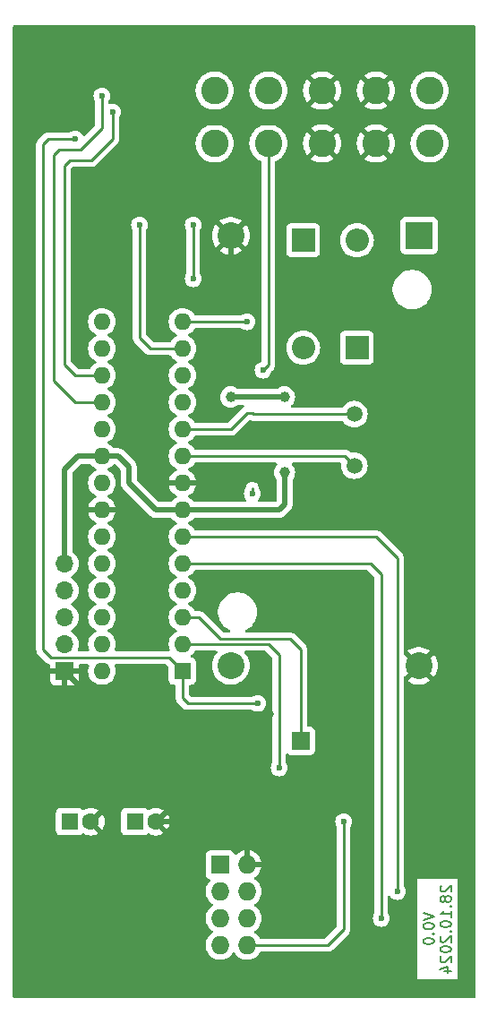
<source format=gbr>
%TF.GenerationSoftware,KiCad,Pcbnew,8.0.1*%
%TF.CreationDate,2024-10-28T19:37:41+01:00*%
%TF.ProjectId,ESP_01_MQTT,4553505f-3031-45f4-9d51-54542e6b6963,rev?*%
%TF.SameCoordinates,Original*%
%TF.FileFunction,Copper,L2,Bot*%
%TF.FilePolarity,Positive*%
%FSLAX46Y46*%
G04 Gerber Fmt 4.6, Leading zero omitted, Abs format (unit mm)*
G04 Created by KiCad (PCBNEW 8.0.1) date 2024-10-28 19:37:41*
%MOMM*%
%LPD*%
G01*
G04 APERTURE LIST*
%ADD10C,0.200000*%
%TA.AperFunction,NonConductor*%
%ADD11C,0.200000*%
%TD*%
%TA.AperFunction,ComponentPad*%
%ADD12R,1.700000X1.700000*%
%TD*%
%TA.AperFunction,ComponentPad*%
%ADD13O,1.700000X1.700000*%
%TD*%
%TA.AperFunction,ComponentPad*%
%ADD14C,1.500000*%
%TD*%
%TA.AperFunction,ComponentPad*%
%ADD15C,2.600000*%
%TD*%
%TA.AperFunction,ComponentPad*%
%ADD16R,2.540000X2.540000*%
%TD*%
%TA.AperFunction,ComponentPad*%
%ADD17C,2.540000*%
%TD*%
%TA.AperFunction,ComponentPad*%
%ADD18R,1.600000X1.600000*%
%TD*%
%TA.AperFunction,ComponentPad*%
%ADD19C,1.600000*%
%TD*%
%TA.AperFunction,ComponentPad*%
%ADD20R,2.200000X2.200000*%
%TD*%
%TA.AperFunction,ComponentPad*%
%ADD21O,2.200000X2.200000*%
%TD*%
%TA.AperFunction,ComponentPad*%
%ADD22O,1.600000X1.600000*%
%TD*%
%TA.AperFunction,ComponentPad*%
%ADD23R,1.727200X1.727200*%
%TD*%
%TA.AperFunction,ComponentPad*%
%ADD24O,1.727200X1.727200*%
%TD*%
%TA.AperFunction,ViaPad*%
%ADD25C,1.000000*%
%TD*%
%TA.AperFunction,ViaPad*%
%ADD26C,0.600000*%
%TD*%
%TA.AperFunction,Conductor*%
%ADD27C,0.500000*%
%TD*%
%TA.AperFunction,Conductor*%
%ADD28C,0.250000*%
%TD*%
G04 APERTURE END LIST*
D10*
D11*
X153333247Y-129032191D02*
X154333247Y-129365524D01*
X154333247Y-129365524D02*
X153333247Y-129698857D01*
X153333247Y-130222667D02*
X153333247Y-130317905D01*
X153333247Y-130317905D02*
X153380866Y-130413143D01*
X153380866Y-130413143D02*
X153428485Y-130460762D01*
X153428485Y-130460762D02*
X153523723Y-130508381D01*
X153523723Y-130508381D02*
X153714199Y-130556000D01*
X153714199Y-130556000D02*
X153952294Y-130556000D01*
X153952294Y-130556000D02*
X154142770Y-130508381D01*
X154142770Y-130508381D02*
X154238008Y-130460762D01*
X154238008Y-130460762D02*
X154285628Y-130413143D01*
X154285628Y-130413143D02*
X154333247Y-130317905D01*
X154333247Y-130317905D02*
X154333247Y-130222667D01*
X154333247Y-130222667D02*
X154285628Y-130127429D01*
X154285628Y-130127429D02*
X154238008Y-130079810D01*
X154238008Y-130079810D02*
X154142770Y-130032191D01*
X154142770Y-130032191D02*
X153952294Y-129984572D01*
X153952294Y-129984572D02*
X153714199Y-129984572D01*
X153714199Y-129984572D02*
X153523723Y-130032191D01*
X153523723Y-130032191D02*
X153428485Y-130079810D01*
X153428485Y-130079810D02*
X153380866Y-130127429D01*
X153380866Y-130127429D02*
X153333247Y-130222667D01*
X154238008Y-130984572D02*
X154285628Y-131032191D01*
X154285628Y-131032191D02*
X154333247Y-130984572D01*
X154333247Y-130984572D02*
X154285628Y-130936953D01*
X154285628Y-130936953D02*
X154238008Y-130984572D01*
X154238008Y-130984572D02*
X154333247Y-130984572D01*
X153333247Y-131651238D02*
X153333247Y-131746476D01*
X153333247Y-131746476D02*
X153380866Y-131841714D01*
X153380866Y-131841714D02*
X153428485Y-131889333D01*
X153428485Y-131889333D02*
X153523723Y-131936952D01*
X153523723Y-131936952D02*
X153714199Y-131984571D01*
X153714199Y-131984571D02*
X153952294Y-131984571D01*
X153952294Y-131984571D02*
X154142770Y-131936952D01*
X154142770Y-131936952D02*
X154238008Y-131889333D01*
X154238008Y-131889333D02*
X154285628Y-131841714D01*
X154285628Y-131841714D02*
X154333247Y-131746476D01*
X154333247Y-131746476D02*
X154333247Y-131651238D01*
X154333247Y-131651238D02*
X154285628Y-131556000D01*
X154285628Y-131556000D02*
X154238008Y-131508381D01*
X154238008Y-131508381D02*
X154142770Y-131460762D01*
X154142770Y-131460762D02*
X153952294Y-131413143D01*
X153952294Y-131413143D02*
X153714199Y-131413143D01*
X153714199Y-131413143D02*
X153523723Y-131460762D01*
X153523723Y-131460762D02*
X153428485Y-131508381D01*
X153428485Y-131508381D02*
X153380866Y-131556000D01*
X153380866Y-131556000D02*
X153333247Y-131651238D01*
X155038429Y-126460762D02*
X154990810Y-126508381D01*
X154990810Y-126508381D02*
X154943191Y-126603619D01*
X154943191Y-126603619D02*
X154943191Y-126841714D01*
X154943191Y-126841714D02*
X154990810Y-126936952D01*
X154990810Y-126936952D02*
X155038429Y-126984571D01*
X155038429Y-126984571D02*
X155133667Y-127032190D01*
X155133667Y-127032190D02*
X155228905Y-127032190D01*
X155228905Y-127032190D02*
X155371762Y-126984571D01*
X155371762Y-126984571D02*
X155943191Y-126413143D01*
X155943191Y-126413143D02*
X155943191Y-127032190D01*
X155371762Y-127603619D02*
X155324143Y-127508381D01*
X155324143Y-127508381D02*
X155276524Y-127460762D01*
X155276524Y-127460762D02*
X155181286Y-127413143D01*
X155181286Y-127413143D02*
X155133667Y-127413143D01*
X155133667Y-127413143D02*
X155038429Y-127460762D01*
X155038429Y-127460762D02*
X154990810Y-127508381D01*
X154990810Y-127508381D02*
X154943191Y-127603619D01*
X154943191Y-127603619D02*
X154943191Y-127794095D01*
X154943191Y-127794095D02*
X154990810Y-127889333D01*
X154990810Y-127889333D02*
X155038429Y-127936952D01*
X155038429Y-127936952D02*
X155133667Y-127984571D01*
X155133667Y-127984571D02*
X155181286Y-127984571D01*
X155181286Y-127984571D02*
X155276524Y-127936952D01*
X155276524Y-127936952D02*
X155324143Y-127889333D01*
X155324143Y-127889333D02*
X155371762Y-127794095D01*
X155371762Y-127794095D02*
X155371762Y-127603619D01*
X155371762Y-127603619D02*
X155419381Y-127508381D01*
X155419381Y-127508381D02*
X155467000Y-127460762D01*
X155467000Y-127460762D02*
X155562238Y-127413143D01*
X155562238Y-127413143D02*
X155752714Y-127413143D01*
X155752714Y-127413143D02*
X155847952Y-127460762D01*
X155847952Y-127460762D02*
X155895572Y-127508381D01*
X155895572Y-127508381D02*
X155943191Y-127603619D01*
X155943191Y-127603619D02*
X155943191Y-127794095D01*
X155943191Y-127794095D02*
X155895572Y-127889333D01*
X155895572Y-127889333D02*
X155847952Y-127936952D01*
X155847952Y-127936952D02*
X155752714Y-127984571D01*
X155752714Y-127984571D02*
X155562238Y-127984571D01*
X155562238Y-127984571D02*
X155467000Y-127936952D01*
X155467000Y-127936952D02*
X155419381Y-127889333D01*
X155419381Y-127889333D02*
X155371762Y-127794095D01*
X155847952Y-128413143D02*
X155895572Y-128460762D01*
X155895572Y-128460762D02*
X155943191Y-128413143D01*
X155943191Y-128413143D02*
X155895572Y-128365524D01*
X155895572Y-128365524D02*
X155847952Y-128413143D01*
X155847952Y-128413143D02*
X155943191Y-128413143D01*
X155943191Y-129413142D02*
X155943191Y-128841714D01*
X155943191Y-129127428D02*
X154943191Y-129127428D01*
X154943191Y-129127428D02*
X155086048Y-129032190D01*
X155086048Y-129032190D02*
X155181286Y-128936952D01*
X155181286Y-128936952D02*
X155228905Y-128841714D01*
X154943191Y-130032190D02*
X154943191Y-130127428D01*
X154943191Y-130127428D02*
X154990810Y-130222666D01*
X154990810Y-130222666D02*
X155038429Y-130270285D01*
X155038429Y-130270285D02*
X155133667Y-130317904D01*
X155133667Y-130317904D02*
X155324143Y-130365523D01*
X155324143Y-130365523D02*
X155562238Y-130365523D01*
X155562238Y-130365523D02*
X155752714Y-130317904D01*
X155752714Y-130317904D02*
X155847952Y-130270285D01*
X155847952Y-130270285D02*
X155895572Y-130222666D01*
X155895572Y-130222666D02*
X155943191Y-130127428D01*
X155943191Y-130127428D02*
X155943191Y-130032190D01*
X155943191Y-130032190D02*
X155895572Y-129936952D01*
X155895572Y-129936952D02*
X155847952Y-129889333D01*
X155847952Y-129889333D02*
X155752714Y-129841714D01*
X155752714Y-129841714D02*
X155562238Y-129794095D01*
X155562238Y-129794095D02*
X155324143Y-129794095D01*
X155324143Y-129794095D02*
X155133667Y-129841714D01*
X155133667Y-129841714D02*
X155038429Y-129889333D01*
X155038429Y-129889333D02*
X154990810Y-129936952D01*
X154990810Y-129936952D02*
X154943191Y-130032190D01*
X155847952Y-130794095D02*
X155895572Y-130841714D01*
X155895572Y-130841714D02*
X155943191Y-130794095D01*
X155943191Y-130794095D02*
X155895572Y-130746476D01*
X155895572Y-130746476D02*
X155847952Y-130794095D01*
X155847952Y-130794095D02*
X155943191Y-130794095D01*
X155038429Y-131222666D02*
X154990810Y-131270285D01*
X154990810Y-131270285D02*
X154943191Y-131365523D01*
X154943191Y-131365523D02*
X154943191Y-131603618D01*
X154943191Y-131603618D02*
X154990810Y-131698856D01*
X154990810Y-131698856D02*
X155038429Y-131746475D01*
X155038429Y-131746475D02*
X155133667Y-131794094D01*
X155133667Y-131794094D02*
X155228905Y-131794094D01*
X155228905Y-131794094D02*
X155371762Y-131746475D01*
X155371762Y-131746475D02*
X155943191Y-131175047D01*
X155943191Y-131175047D02*
X155943191Y-131794094D01*
X154943191Y-132413142D02*
X154943191Y-132508380D01*
X154943191Y-132508380D02*
X154990810Y-132603618D01*
X154990810Y-132603618D02*
X155038429Y-132651237D01*
X155038429Y-132651237D02*
X155133667Y-132698856D01*
X155133667Y-132698856D02*
X155324143Y-132746475D01*
X155324143Y-132746475D02*
X155562238Y-132746475D01*
X155562238Y-132746475D02*
X155752714Y-132698856D01*
X155752714Y-132698856D02*
X155847952Y-132651237D01*
X155847952Y-132651237D02*
X155895572Y-132603618D01*
X155895572Y-132603618D02*
X155943191Y-132508380D01*
X155943191Y-132508380D02*
X155943191Y-132413142D01*
X155943191Y-132413142D02*
X155895572Y-132317904D01*
X155895572Y-132317904D02*
X155847952Y-132270285D01*
X155847952Y-132270285D02*
X155752714Y-132222666D01*
X155752714Y-132222666D02*
X155562238Y-132175047D01*
X155562238Y-132175047D02*
X155324143Y-132175047D01*
X155324143Y-132175047D02*
X155133667Y-132222666D01*
X155133667Y-132222666D02*
X155038429Y-132270285D01*
X155038429Y-132270285D02*
X154990810Y-132317904D01*
X154990810Y-132317904D02*
X154943191Y-132413142D01*
X155038429Y-133127428D02*
X154990810Y-133175047D01*
X154990810Y-133175047D02*
X154943191Y-133270285D01*
X154943191Y-133270285D02*
X154943191Y-133508380D01*
X154943191Y-133508380D02*
X154990810Y-133603618D01*
X154990810Y-133603618D02*
X155038429Y-133651237D01*
X155038429Y-133651237D02*
X155133667Y-133698856D01*
X155133667Y-133698856D02*
X155228905Y-133698856D01*
X155228905Y-133698856D02*
X155371762Y-133651237D01*
X155371762Y-133651237D02*
X155943191Y-133079809D01*
X155943191Y-133079809D02*
X155943191Y-133698856D01*
X155276524Y-134555999D02*
X155943191Y-134555999D01*
X154895572Y-134317904D02*
X155609857Y-134079809D01*
X155609857Y-134079809D02*
X155609857Y-134698856D01*
D12*
%TO.P,J8,1,Pin_1*%
%TO.N,GND*%
X119380000Y-106172000D03*
D13*
%TO.P,J8,2,Pin_2*%
%TO.N,/PC5*%
X119380000Y-103632000D03*
%TO.P,J8,3,Pin_3*%
%TO.N,/PC4*%
X119380000Y-101092000D03*
%TO.P,J8,4,Pin_4*%
%TO.N,/PC3*%
X119380000Y-98552000D03*
%TO.P,J8,5,Pin_5*%
%TO.N,+5V*%
X119380000Y-96012000D03*
%TD*%
D14*
%TO.P,Y1,1,1*%
%TO.N,Net-(U3-PB7{slash}XTAL2)*%
X146812000Y-81878000D03*
%TO.P,Y1,2,2*%
%TO.N,Net-(U3-PB6{slash}XTAL1)*%
X146812000Y-86758000D03*
%TD*%
D15*
%TO.P,J3,1,Pin_1*%
%TO.N,Net-(D2-K)*%
X133604000Y-56308000D03*
X133604000Y-51308000D03*
%TD*%
D12*
%TO.P,J6,1,Pin_1*%
%TO.N,/AVR_TX*%
X141732000Y-112776000D03*
%TD*%
D16*
%TO.P,M1,1,IN+*%
%TO.N,+12V*%
X152908000Y-65024000D03*
D17*
%TO.P,M1,2,IN-*%
%TO.N,GND*%
X135128000Y-65024000D03*
%TO.P,M1,3,OUT+*%
%TO.N,+5V*%
X135128000Y-105664000D03*
%TO.P,M1,4,OUT-*%
%TO.N,GND*%
X152908000Y-105664000D03*
%TD*%
D15*
%TO.P,J1,1,Pin_1*%
%TO.N,Net-(D1-A)*%
X153924000Y-56308000D03*
X153924000Y-51308000D03*
%TD*%
%TO.P,J2,1,Pin_1*%
%TO.N,GND*%
X148844000Y-56308000D03*
X148844000Y-51308000D03*
%TD*%
D18*
%TO.P,C2,1*%
%TO.N,+3.3V*%
X126044888Y-120396000D03*
D19*
%TO.P,C2,2*%
%TO.N,GND*%
X128044888Y-120396000D03*
%TD*%
D20*
%TO.P,D2,1,K*%
%TO.N,Net-(D2-K)*%
X141966000Y-65455000D03*
D21*
%TO.P,D2,2,A*%
%TO.N,Net-(D2-A)*%
X141966000Y-75615000D03*
%TD*%
D20*
%TO.P,D1,1,K*%
%TO.N,+12V*%
X147046000Y-75615000D03*
D21*
%TO.P,D1,2,A*%
%TO.N,Net-(D1-A)*%
X147046000Y-65455000D03*
%TD*%
D15*
%TO.P,J4,1,Pin_1*%
%TO.N,/12V_SenIN*%
X138684000Y-56308000D03*
X138684000Y-51308000D03*
%TD*%
D18*
%TO.P,U3,1,PC6/~{RESET}*%
%TO.N,/RST{slash}*%
X130556000Y-106172000D03*
D22*
%TO.P,U3,2,PD0*%
%TO.N,/AVR_RX*%
X130556000Y-103632000D03*
%TO.P,U3,3,PD1*%
%TO.N,/AVR_TX*%
X130556000Y-101092000D03*
%TO.P,U3,4,PD2*%
%TO.N,/SenIN*%
X130556000Y-98552000D03*
%TO.P,U3,5,PD3*%
%TO.N,/ESP_GPIO0*%
X130556000Y-96012000D03*
%TO.P,U3,6,PD4*%
%TO.N,/ESP_GPIO2*%
X130556000Y-93472000D03*
%TO.P,U3,7,VCC*%
%TO.N,+5V*%
X130556000Y-90932000D03*
%TO.P,U3,8,GND*%
%TO.N,GND*%
X130556000Y-88392000D03*
%TO.P,U3,9,PB6/XTAL1*%
%TO.N,Net-(U3-PB6{slash}XTAL1)*%
X130556000Y-85852000D03*
%TO.P,U3,10,PB7/XTAL2*%
%TO.N,Net-(U3-PB7{slash}XTAL2)*%
X130556000Y-83312000D03*
%TO.P,U3,11,PD5*%
%TO.N,unconnected-(U3-PD5-Pad11)*%
X130556000Y-80772000D03*
%TO.P,U3,12,PD6*%
%TO.N,unconnected-(U3-PD6-Pad12)*%
X130556000Y-78232000D03*
%TO.P,U3,13,PD7*%
%TO.N,/Sen_Ena*%
X130556000Y-75692000D03*
%TO.P,U3,14,PB0*%
%TO.N,/SenIN*%
X130556000Y-73152000D03*
%TO.P,U3,15,PB1*%
%TO.N,unconnected-(U3-PB1-Pad15)*%
X122936000Y-73152000D03*
%TO.P,U3,16,PB2*%
%TO.N,unconnected-(U3-PB2-Pad16)*%
X122936000Y-75692000D03*
%TO.P,U3,17,PB3*%
%TO.N,/MOSI*%
X122936000Y-78232000D03*
%TO.P,U3,18,PB4*%
%TO.N,/MISO*%
X122936000Y-80772000D03*
%TO.P,U3,19,PB5*%
%TO.N,/SCK*%
X122936000Y-83312000D03*
%TO.P,U3,20,AVCC*%
%TO.N,+5V*%
X122936000Y-85852000D03*
%TO.P,U3,21,AREF*%
%TO.N,unconnected-(U3-AREF-Pad21)*%
X122936000Y-88392000D03*
%TO.P,U3,22,AGND*%
%TO.N,GND*%
X122936000Y-90932000D03*
%TO.P,U3,23,PC0*%
%TO.N,unconnected-(U3-PC0-Pad23)*%
X122936000Y-93472000D03*
%TO.P,U3,24,PC1*%
%TO.N,unconnected-(U3-PC1-Pad24)*%
X122936000Y-96012000D03*
%TO.P,U3,25,PC2*%
%TO.N,unconnected-(U3-PC2-Pad25)*%
X122936000Y-98552000D03*
%TO.P,U3,26,PC3*%
%TO.N,/PC3*%
X122936000Y-101092000D03*
%TO.P,U3,27,PC4*%
%TO.N,/PC4*%
X122936000Y-103632000D03*
%TO.P,U3,28,PC5*%
%TO.N,/PC5*%
X122936000Y-106172000D03*
%TD*%
D15*
%TO.P,J5,1,Pin_1*%
%TO.N,GND*%
X143764000Y-56308000D03*
X143764000Y-51308000D03*
%TD*%
D23*
%TO.P,U1,1,UTXD*%
%TO.N,Net-(U1-UTXD)*%
X134112000Y-124460000D03*
D24*
%TO.P,U1,2,GND*%
%TO.N,GND*%
X136652000Y-124460000D03*
%TO.P,U1,3,CH_PD*%
%TO.N,unconnected-(U1-CH_PD-Pad3)*%
X134112000Y-127000000D03*
%TO.P,U1,4,GPIO2*%
%TO.N,/ESP_GPIO2*%
X136652000Y-127000000D03*
%TO.P,U1,5,RST*%
%TO.N,unconnected-(U1-RST-Pad5)*%
X134112000Y-129540000D03*
%TO.P,U1,6,GPIO0*%
%TO.N,/ESP_GPIO0*%
X136652000Y-129540000D03*
%TO.P,U1,7,VCC*%
%TO.N,+3.3V*%
X134112000Y-132080000D03*
%TO.P,U1,8,URXD*%
%TO.N,Net-(U1-URXD)*%
X136652000Y-132080000D03*
%TD*%
D18*
%TO.P,C1,1*%
%TO.N,+5V*%
X119888000Y-120396000D03*
D19*
%TO.P,C1,2*%
%TO.N,GND*%
X121888000Y-120396000D03*
%TD*%
D25*
%TO.N,GND*%
X138684000Y-110236000D03*
D26*
X155956000Y-81788000D03*
%TO.N,/SenIN*%
X136652000Y-73152000D03*
%TO.N,/ESP_GPIO0*%
X149352000Y-129540000D03*
%TO.N,/ESP_GPIO2*%
X150876000Y-127000000D03*
D25*
%TO.N,+5V*%
X135128000Y-80264000D03*
X140208000Y-80264000D03*
X140208000Y-87376000D03*
%TO.N,GND*%
X135128000Y-70612000D03*
X129032000Y-57325500D03*
D26*
%TO.N,/SenIN*%
X137160000Y-89408000D03*
%TO.N,/RST{slash}*%
X120396000Y-55880000D03*
X137668000Y-109220000D03*
%TO.N,/MISO*%
X122936000Y-51816000D03*
%TO.N,/MOSI*%
X123952000Y-53340000D03*
%TO.N,/12V_SenIN*%
X138176000Y-77724000D03*
%TO.N,Net-(Q1-C)*%
X131572000Y-69088000D03*
X131572000Y-64008000D03*
%TO.N,/AVR_RX*%
X139700000Y-115316000D03*
%TO.N,/Sen_Ena*%
X126492000Y-64008000D03*
%TO.N,Net-(U1-URXD)*%
X145796000Y-120396000D03*
%TD*%
D27*
%TO.N,+5V*%
X120650000Y-85852000D02*
X122936000Y-85852000D01*
X119380000Y-87122000D02*
X120650000Y-85852000D01*
X119380000Y-96012000D02*
X119380000Y-87122000D01*
%TO.N,GND*%
X123444000Y-110236000D02*
X138684000Y-110236000D01*
X119380000Y-106172000D02*
X123444000Y-110236000D01*
D28*
%TO.N,/RST{slash}*%
X118110000Y-104902000D02*
X129286000Y-104902000D01*
X129286000Y-104902000D02*
X130556000Y-106172000D01*
X117348000Y-104140000D02*
X118110000Y-104902000D01*
X117348000Y-56388000D02*
X117348000Y-104140000D01*
X117856000Y-55880000D02*
X117348000Y-56388000D01*
X120396000Y-55880000D02*
X117856000Y-55880000D01*
D27*
%TO.N,GND*%
X155956000Y-81788000D02*
X155956000Y-102616000D01*
X155956000Y-60960000D02*
X155956000Y-81788000D01*
D28*
%TO.N,Net-(U3-PB6{slash}XTAL1)*%
X145906000Y-85852000D02*
X146812000Y-86758000D01*
X130556000Y-85852000D02*
X145906000Y-85852000D01*
%TO.N,Net-(U3-PB7{slash}XTAL2)*%
X137250000Y-81878000D02*
X146812000Y-81878000D01*
X135128000Y-83312000D02*
X136652000Y-81788000D01*
X137160000Y-81788000D02*
X137250000Y-81878000D01*
X130556000Y-83312000D02*
X135128000Y-83312000D01*
X136652000Y-81788000D02*
X137160000Y-81788000D01*
%TO.N,/SenIN*%
X136652000Y-73152000D02*
X130556000Y-73152000D01*
%TO.N,/ESP_GPIO0*%
X149352000Y-97028000D02*
X149352000Y-129540000D01*
X148336000Y-96012000D02*
X149352000Y-97028000D01*
X130556000Y-96012000D02*
X148336000Y-96012000D01*
%TO.N,/ESP_GPIO2*%
X150876000Y-95504000D02*
X150876000Y-127000000D01*
X130556000Y-93472000D02*
X148844000Y-93472000D01*
X148844000Y-93472000D02*
X150876000Y-95504000D01*
D27*
%TO.N,+5V*%
X140208000Y-90424000D02*
X140208000Y-87376000D01*
X125476000Y-86868000D02*
X124460000Y-85852000D01*
X135128000Y-80264000D02*
X135636000Y-80264000D01*
X124460000Y-85852000D02*
X122936000Y-85852000D01*
X125476000Y-88392000D02*
X125476000Y-86868000D01*
X128016000Y-90932000D02*
X125476000Y-88392000D01*
X130556000Y-90932000D02*
X128016000Y-90932000D01*
X130556000Y-90932000D02*
X139700000Y-90932000D01*
X135636000Y-80264000D02*
X140208000Y-80264000D01*
X139700000Y-90932000D02*
X140208000Y-90424000D01*
%TO.N,GND*%
X136652000Y-121920000D02*
X135128000Y-120396000D01*
X135128000Y-120396000D02*
X128044888Y-120396000D01*
X129032000Y-55880000D02*
X130556000Y-54356000D01*
X129032000Y-57325500D02*
X129032000Y-55880000D01*
X135128000Y-70612000D02*
X135128000Y-65024000D01*
X130556000Y-54356000D02*
X141812000Y-54356000D01*
X141812000Y-54356000D02*
X143764000Y-56308000D01*
X136652000Y-124460000D02*
X136652000Y-121920000D01*
X155956000Y-102616000D02*
X152908000Y-105664000D01*
X152480000Y-59944000D02*
X154940000Y-59944000D01*
X154940000Y-59944000D02*
X155956000Y-60960000D01*
X148844000Y-56308000D02*
X152480000Y-59944000D01*
D28*
%TO.N,/SenIN*%
X137160000Y-88900000D02*
X137160000Y-89408000D01*
X130556000Y-73152000D02*
X132588000Y-73152000D01*
%TO.N,/RST{slash}*%
X130556000Y-108712000D02*
X131064000Y-109220000D01*
X130556000Y-106172000D02*
X130556000Y-108712000D01*
X131064000Y-109220000D02*
X137668000Y-109220000D01*
%TO.N,/MISO*%
X118364000Y-57404000D02*
X118872000Y-56896000D01*
X121412000Y-56388000D02*
X122428000Y-55372000D01*
X120904000Y-56896000D02*
X121412000Y-56388000D01*
X120396000Y-80772000D02*
X118364000Y-78740000D01*
X122936000Y-54864000D02*
X122936000Y-51816000D01*
X122936000Y-80772000D02*
X120396000Y-80772000D01*
X118872000Y-56896000D02*
X119380000Y-56896000D01*
X122428000Y-55372000D02*
X122936000Y-54864000D01*
X119380000Y-56896000D02*
X120904000Y-56896000D01*
X118364000Y-78740000D02*
X118364000Y-57404000D01*
%TO.N,/MOSI*%
X119380000Y-58420000D02*
X119888000Y-57912000D01*
X121920000Y-57912000D02*
X123952000Y-55880000D01*
X119380000Y-68580000D02*
X119380000Y-58420000D01*
X119380000Y-76200000D02*
X119380000Y-68580000D01*
X122936000Y-78232000D02*
X120396000Y-78232000D01*
X120396000Y-78232000D02*
X119380000Y-77216000D01*
X123952000Y-55880000D02*
X123952000Y-53340000D01*
X119888000Y-57912000D02*
X121920000Y-57912000D01*
X119380000Y-77216000D02*
X119380000Y-76200000D01*
%TO.N,/AVR_TX*%
X140716000Y-103124000D02*
X141732000Y-104140000D01*
X132080000Y-101092000D02*
X134112000Y-103124000D01*
X141732000Y-104140000D02*
X141732000Y-112776000D01*
X134112000Y-103124000D02*
X140716000Y-103124000D01*
X130556000Y-101092000D02*
X132080000Y-101092000D01*
%TO.N,/12V_SenIN*%
X138684000Y-77216000D02*
X138684000Y-56308000D01*
X138176000Y-77724000D02*
X138684000Y-77216000D01*
%TO.N,Net-(Q1-C)*%
X131572000Y-69088000D02*
X131572000Y-64008000D01*
%TO.N,/AVR_RX*%
X138684000Y-103632000D02*
X139700000Y-104648000D01*
X139700000Y-104648000D02*
X139700000Y-115316000D01*
X130556000Y-103632000D02*
X138684000Y-103632000D01*
%TO.N,/Sen_Ena*%
X126492000Y-74168000D02*
X126492000Y-64008000D01*
X127508000Y-75692000D02*
X126492000Y-74676000D01*
X126492000Y-74676000D02*
X126492000Y-74168000D01*
X130556000Y-75692000D02*
X127508000Y-75692000D01*
%TO.N,Net-(U1-URXD)*%
X145796000Y-130556000D02*
X145796000Y-120396000D01*
X136652000Y-132080000D02*
X144272000Y-132080000D01*
X144272000Y-132080000D02*
X145796000Y-130556000D01*
%TD*%
%TA.AperFunction,Conductor*%
%TO.N,GND*%
G36*
X121876376Y-86622185D02*
G01*
X121910912Y-86655377D01*
X121935954Y-86691141D01*
X122096858Y-86852045D01*
X122096861Y-86852047D01*
X122283266Y-86982568D01*
X122341275Y-87009618D01*
X122393714Y-87055791D01*
X122412866Y-87122984D01*
X122392650Y-87189865D01*
X122341275Y-87234382D01*
X122283267Y-87261431D01*
X122283265Y-87261432D01*
X122096858Y-87391954D01*
X121935954Y-87552858D01*
X121805432Y-87739265D01*
X121805431Y-87739267D01*
X121709261Y-87945502D01*
X121709258Y-87945511D01*
X121650366Y-88165302D01*
X121650364Y-88165313D01*
X121630532Y-88391998D01*
X121630532Y-88392001D01*
X121650364Y-88618686D01*
X121650366Y-88618697D01*
X121709258Y-88838488D01*
X121709261Y-88838497D01*
X121805431Y-89044732D01*
X121805432Y-89044734D01*
X121935954Y-89231141D01*
X122096858Y-89392045D01*
X122096861Y-89392047D01*
X122283266Y-89522568D01*
X122341865Y-89549893D01*
X122394305Y-89596065D01*
X122413457Y-89663258D01*
X122393242Y-89730139D01*
X122341867Y-89774657D01*
X122283515Y-89801867D01*
X122097179Y-89932342D01*
X121936342Y-90093179D01*
X121805865Y-90279517D01*
X121709734Y-90485673D01*
X121709730Y-90485682D01*
X121657127Y-90681999D01*
X121657128Y-90682000D01*
X122620314Y-90682000D01*
X122615920Y-90686394D01*
X122563259Y-90777606D01*
X122536000Y-90879339D01*
X122536000Y-90984661D01*
X122563259Y-91086394D01*
X122615920Y-91177606D01*
X122620314Y-91182000D01*
X121657128Y-91182000D01*
X121709730Y-91378317D01*
X121709734Y-91378326D01*
X121805865Y-91584482D01*
X121936342Y-91770820D01*
X122097179Y-91931657D01*
X122283518Y-92062134D01*
X122283520Y-92062135D01*
X122341865Y-92089342D01*
X122394305Y-92135514D01*
X122413457Y-92202707D01*
X122393242Y-92269589D01*
X122341867Y-92314105D01*
X122283268Y-92341431D01*
X122283264Y-92341433D01*
X122096858Y-92471954D01*
X121935954Y-92632858D01*
X121805432Y-92819265D01*
X121805431Y-92819267D01*
X121709261Y-93025502D01*
X121709258Y-93025511D01*
X121650366Y-93245302D01*
X121650364Y-93245313D01*
X121630532Y-93471998D01*
X121630532Y-93472001D01*
X121650364Y-93698686D01*
X121650366Y-93698697D01*
X121709258Y-93918488D01*
X121709261Y-93918497D01*
X121805431Y-94124732D01*
X121805432Y-94124734D01*
X121935954Y-94311141D01*
X122096858Y-94472045D01*
X122096861Y-94472047D01*
X122283266Y-94602568D01*
X122341275Y-94629618D01*
X122393714Y-94675791D01*
X122412866Y-94742984D01*
X122392650Y-94809865D01*
X122341275Y-94854382D01*
X122283267Y-94881431D01*
X122283265Y-94881432D01*
X122096858Y-95011954D01*
X121935954Y-95172858D01*
X121805432Y-95359265D01*
X121805431Y-95359267D01*
X121709261Y-95565502D01*
X121709258Y-95565511D01*
X121650366Y-95785302D01*
X121650364Y-95785313D01*
X121630532Y-96011998D01*
X121630532Y-96012001D01*
X121650364Y-96238686D01*
X121650366Y-96238697D01*
X121709258Y-96458488D01*
X121709261Y-96458497D01*
X121805431Y-96664732D01*
X121805432Y-96664734D01*
X121935954Y-96851141D01*
X122096858Y-97012045D01*
X122096861Y-97012047D01*
X122283266Y-97142568D01*
X122341275Y-97169618D01*
X122393714Y-97215791D01*
X122412866Y-97282984D01*
X122392650Y-97349865D01*
X122341275Y-97394382D01*
X122283267Y-97421431D01*
X122283265Y-97421432D01*
X122096858Y-97551954D01*
X121935954Y-97712858D01*
X121805432Y-97899265D01*
X121805431Y-97899267D01*
X121709261Y-98105502D01*
X121709258Y-98105511D01*
X121650366Y-98325302D01*
X121650364Y-98325313D01*
X121630532Y-98551998D01*
X121630532Y-98552001D01*
X121650364Y-98778686D01*
X121650366Y-98778697D01*
X121709258Y-98998488D01*
X121709261Y-98998497D01*
X121805431Y-99204732D01*
X121805432Y-99204734D01*
X121935954Y-99391141D01*
X122096858Y-99552045D01*
X122096861Y-99552047D01*
X122283266Y-99682568D01*
X122341275Y-99709618D01*
X122393714Y-99755791D01*
X122412866Y-99822984D01*
X122392650Y-99889865D01*
X122341275Y-99934382D01*
X122283267Y-99961431D01*
X122283265Y-99961432D01*
X122096858Y-100091954D01*
X121935954Y-100252858D01*
X121805432Y-100439265D01*
X121805431Y-100439267D01*
X121709261Y-100645502D01*
X121709258Y-100645511D01*
X121650366Y-100865302D01*
X121650364Y-100865313D01*
X121630532Y-101091998D01*
X121630532Y-101092001D01*
X121650364Y-101318686D01*
X121650366Y-101318697D01*
X121709258Y-101538488D01*
X121709261Y-101538497D01*
X121805431Y-101744732D01*
X121805432Y-101744734D01*
X121935954Y-101931141D01*
X122096858Y-102092045D01*
X122096861Y-102092047D01*
X122283266Y-102222568D01*
X122336141Y-102247224D01*
X122341275Y-102249618D01*
X122393714Y-102295791D01*
X122412866Y-102362984D01*
X122392650Y-102429865D01*
X122341275Y-102474382D01*
X122283266Y-102501432D01*
X122096858Y-102631954D01*
X121935954Y-102792858D01*
X121805432Y-102979265D01*
X121805431Y-102979267D01*
X121709261Y-103185502D01*
X121709258Y-103185511D01*
X121650366Y-103405302D01*
X121650364Y-103405313D01*
X121630532Y-103631998D01*
X121630532Y-103632001D01*
X121650364Y-103858686D01*
X121650366Y-103858697D01*
X121709258Y-104078488D01*
X121709260Y-104078492D01*
X121709261Y-104078496D01*
X121719333Y-104100095D01*
X121729825Y-104169173D01*
X121701305Y-104232957D01*
X121642829Y-104271196D01*
X121606951Y-104276500D01*
X120764218Y-104276500D01*
X120697179Y-104256815D01*
X120651424Y-104204011D01*
X120641480Y-104134853D01*
X120651837Y-104100094D01*
X120653900Y-104095669D01*
X120653903Y-104095663D01*
X120715063Y-103867408D01*
X120735659Y-103632000D01*
X120715063Y-103396592D01*
X120653903Y-103168337D01*
X120554035Y-102954171D01*
X120553652Y-102953623D01*
X120418494Y-102760597D01*
X120251402Y-102593506D01*
X120251396Y-102593501D01*
X120065842Y-102463575D01*
X120022217Y-102408998D01*
X120015023Y-102339500D01*
X120046546Y-102277145D01*
X120065842Y-102260425D01*
X120119909Y-102222567D01*
X120251401Y-102130495D01*
X120418495Y-101963401D01*
X120554035Y-101769830D01*
X120653903Y-101555663D01*
X120715063Y-101327408D01*
X120735659Y-101092000D01*
X120715063Y-100856592D01*
X120653903Y-100628337D01*
X120554035Y-100414171D01*
X120553652Y-100413623D01*
X120418494Y-100220597D01*
X120251402Y-100053506D01*
X120251396Y-100053501D01*
X120065842Y-99923575D01*
X120022217Y-99868998D01*
X120015023Y-99799500D01*
X120046546Y-99737145D01*
X120065842Y-99720425D01*
X120119909Y-99682567D01*
X120251401Y-99590495D01*
X120418495Y-99423401D01*
X120554035Y-99229830D01*
X120653903Y-99015663D01*
X120715063Y-98787408D01*
X120735659Y-98552000D01*
X120715063Y-98316592D01*
X120653903Y-98088337D01*
X120554035Y-97874171D01*
X120540323Y-97854587D01*
X120418494Y-97680597D01*
X120251402Y-97513506D01*
X120251396Y-97513501D01*
X120065842Y-97383575D01*
X120022217Y-97328998D01*
X120015023Y-97259500D01*
X120046546Y-97197145D01*
X120065842Y-97180425D01*
X120119909Y-97142567D01*
X120251401Y-97050495D01*
X120418495Y-96883401D01*
X120554035Y-96689830D01*
X120653903Y-96475663D01*
X120715063Y-96247408D01*
X120735659Y-96012000D01*
X120715063Y-95776592D01*
X120653903Y-95548337D01*
X120554035Y-95334171D01*
X120553652Y-95333623D01*
X120418494Y-95140597D01*
X120251404Y-94973507D01*
X120183375Y-94925872D01*
X120139751Y-94871294D01*
X120130500Y-94824298D01*
X120130500Y-87484229D01*
X120150185Y-87417190D01*
X120166819Y-87396548D01*
X120924548Y-86638819D01*
X120985871Y-86605334D01*
X121012229Y-86602500D01*
X121809337Y-86602500D01*
X121876376Y-86622185D01*
G37*
%TD.AperFunction*%
%TA.AperFunction,Conductor*%
G36*
X124164809Y-86622185D02*
G01*
X124185451Y-86638819D01*
X124689181Y-87142549D01*
X124722666Y-87203872D01*
X124725500Y-87230230D01*
X124725500Y-88465918D01*
X124725500Y-88465920D01*
X124725499Y-88465920D01*
X124754340Y-88610907D01*
X124754343Y-88610917D01*
X124810912Y-88747487D01*
X124810916Y-88747495D01*
X124811377Y-88748184D01*
X124811386Y-88748214D01*
X124811394Y-88748210D01*
X124871651Y-88838393D01*
X124893051Y-88870420D01*
X124893052Y-88870421D01*
X126800239Y-90777606D01*
X127433048Y-91410415D01*
X127433049Y-91410416D01*
X127537583Y-91514950D01*
X127537585Y-91514952D01*
X127660498Y-91597080D01*
X127660511Y-91597087D01*
X127797082Y-91653656D01*
X127797087Y-91653658D01*
X127797091Y-91653658D01*
X127797092Y-91653659D01*
X127942079Y-91682500D01*
X127942082Y-91682500D01*
X129429337Y-91682500D01*
X129496376Y-91702185D01*
X129530912Y-91735377D01*
X129555954Y-91771141D01*
X129716858Y-91932045D01*
X129716861Y-91932047D01*
X129903266Y-92062568D01*
X129960681Y-92089341D01*
X129961275Y-92089618D01*
X130013714Y-92135791D01*
X130032866Y-92202984D01*
X130012650Y-92269865D01*
X129961275Y-92314382D01*
X129903267Y-92341431D01*
X129903265Y-92341432D01*
X129716858Y-92471954D01*
X129555954Y-92632858D01*
X129425432Y-92819265D01*
X129425431Y-92819267D01*
X129329261Y-93025502D01*
X129329258Y-93025511D01*
X129270366Y-93245302D01*
X129270364Y-93245313D01*
X129250532Y-93471998D01*
X129250532Y-93472001D01*
X129270364Y-93698686D01*
X129270366Y-93698697D01*
X129329258Y-93918488D01*
X129329261Y-93918497D01*
X129425431Y-94124732D01*
X129425432Y-94124734D01*
X129555954Y-94311141D01*
X129716858Y-94472045D01*
X129716861Y-94472047D01*
X129903266Y-94602568D01*
X129961275Y-94629618D01*
X130013714Y-94675791D01*
X130032866Y-94742984D01*
X130012650Y-94809865D01*
X129961275Y-94854382D01*
X129903267Y-94881431D01*
X129903265Y-94881432D01*
X129716858Y-95011954D01*
X129555954Y-95172858D01*
X129425432Y-95359265D01*
X129425431Y-95359267D01*
X129329261Y-95565502D01*
X129329258Y-95565511D01*
X129270366Y-95785302D01*
X129270364Y-95785313D01*
X129250532Y-96011998D01*
X129250532Y-96012001D01*
X129270364Y-96238686D01*
X129270366Y-96238697D01*
X129329258Y-96458488D01*
X129329261Y-96458497D01*
X129425431Y-96664732D01*
X129425432Y-96664734D01*
X129555954Y-96851141D01*
X129716858Y-97012045D01*
X129716861Y-97012047D01*
X129903266Y-97142568D01*
X129961275Y-97169618D01*
X130013714Y-97215791D01*
X130032866Y-97282984D01*
X130012650Y-97349865D01*
X129961275Y-97394382D01*
X129903267Y-97421431D01*
X129903265Y-97421432D01*
X129716858Y-97551954D01*
X129555954Y-97712858D01*
X129425432Y-97899265D01*
X129425431Y-97899267D01*
X129329261Y-98105502D01*
X129329258Y-98105511D01*
X129270366Y-98325302D01*
X129270364Y-98325313D01*
X129250532Y-98551998D01*
X129250532Y-98552001D01*
X129270364Y-98778686D01*
X129270366Y-98778697D01*
X129329258Y-98998488D01*
X129329261Y-98998497D01*
X129425431Y-99204732D01*
X129425432Y-99204734D01*
X129555954Y-99391141D01*
X129716858Y-99552045D01*
X129716861Y-99552047D01*
X129903266Y-99682568D01*
X129961275Y-99709618D01*
X130013714Y-99755791D01*
X130032866Y-99822984D01*
X130012650Y-99889865D01*
X129961275Y-99934382D01*
X129903267Y-99961431D01*
X129903265Y-99961432D01*
X129716858Y-100091954D01*
X129555954Y-100252858D01*
X129425432Y-100439265D01*
X129425431Y-100439267D01*
X129329261Y-100645502D01*
X129329258Y-100645511D01*
X129270366Y-100865302D01*
X129270364Y-100865313D01*
X129250532Y-101091998D01*
X129250532Y-101092001D01*
X129270364Y-101318686D01*
X129270366Y-101318697D01*
X129329258Y-101538488D01*
X129329261Y-101538497D01*
X129425431Y-101744732D01*
X129425432Y-101744734D01*
X129555954Y-101931141D01*
X129716858Y-102092045D01*
X129716861Y-102092047D01*
X129903266Y-102222568D01*
X129956141Y-102247224D01*
X129961275Y-102249618D01*
X130013714Y-102295791D01*
X130032866Y-102362984D01*
X130012650Y-102429865D01*
X129961275Y-102474382D01*
X129903266Y-102501432D01*
X129716858Y-102631954D01*
X129555954Y-102792858D01*
X129425432Y-102979265D01*
X129425431Y-102979267D01*
X129329261Y-103185502D01*
X129329258Y-103185511D01*
X129270366Y-103405302D01*
X129270364Y-103405313D01*
X129250532Y-103631998D01*
X129250532Y-103632001D01*
X129270364Y-103858686D01*
X129270366Y-103858697D01*
X129329258Y-104078488D01*
X129329260Y-104078492D01*
X129329261Y-104078496D01*
X129339333Y-104100095D01*
X129349825Y-104169173D01*
X129321305Y-104232957D01*
X129262829Y-104271196D01*
X129226951Y-104276500D01*
X124265049Y-104276500D01*
X124198010Y-104256815D01*
X124152255Y-104204011D01*
X124142311Y-104134853D01*
X124152667Y-104100095D01*
X124162739Y-104078496D01*
X124221635Y-103858692D01*
X124241468Y-103632000D01*
X124221635Y-103405308D01*
X124162739Y-103185504D01*
X124066568Y-102979266D01*
X123936047Y-102792861D01*
X123936045Y-102792858D01*
X123775141Y-102631954D01*
X123638598Y-102536347D01*
X123588734Y-102501432D01*
X123582446Y-102498500D01*
X123530725Y-102474382D01*
X123478285Y-102428210D01*
X123459133Y-102361017D01*
X123479348Y-102294135D01*
X123530725Y-102249618D01*
X123535859Y-102247224D01*
X123588734Y-102222568D01*
X123775139Y-102092047D01*
X123936047Y-101931139D01*
X124066568Y-101744734D01*
X124162739Y-101538496D01*
X124221635Y-101318692D01*
X124241468Y-101092000D01*
X124221635Y-100865308D01*
X124162739Y-100645504D01*
X124066568Y-100439266D01*
X123936047Y-100252861D01*
X123936045Y-100252858D01*
X123775141Y-100091954D01*
X123588734Y-99961432D01*
X123588728Y-99961429D01*
X123530725Y-99934382D01*
X123478285Y-99888210D01*
X123459133Y-99821017D01*
X123479348Y-99754135D01*
X123530725Y-99709618D01*
X123588734Y-99682568D01*
X123775139Y-99552047D01*
X123936047Y-99391139D01*
X124066568Y-99204734D01*
X124162739Y-98998496D01*
X124221635Y-98778692D01*
X124241468Y-98552000D01*
X124221635Y-98325308D01*
X124162739Y-98105504D01*
X124066568Y-97899266D01*
X123936047Y-97712861D01*
X123936045Y-97712858D01*
X123775141Y-97551954D01*
X123588734Y-97421432D01*
X123588728Y-97421429D01*
X123530725Y-97394382D01*
X123478285Y-97348210D01*
X123459133Y-97281017D01*
X123479348Y-97214135D01*
X123530725Y-97169618D01*
X123588734Y-97142568D01*
X123775139Y-97012047D01*
X123936047Y-96851139D01*
X124066568Y-96664734D01*
X124162739Y-96458496D01*
X124221635Y-96238692D01*
X124241468Y-96012000D01*
X124221635Y-95785308D01*
X124162739Y-95565504D01*
X124066568Y-95359266D01*
X123936047Y-95172861D01*
X123936045Y-95172858D01*
X123775141Y-95011954D01*
X123588734Y-94881432D01*
X123588728Y-94881429D01*
X123530725Y-94854382D01*
X123478285Y-94808210D01*
X123459133Y-94741017D01*
X123479348Y-94674135D01*
X123530725Y-94629618D01*
X123588734Y-94602568D01*
X123775139Y-94472047D01*
X123936047Y-94311139D01*
X124066568Y-94124734D01*
X124162739Y-93918496D01*
X124221635Y-93698692D01*
X124241468Y-93472000D01*
X124221635Y-93245308D01*
X124162739Y-93025504D01*
X124066568Y-92819266D01*
X123936047Y-92632861D01*
X123936045Y-92632858D01*
X123775141Y-92471954D01*
X123588734Y-92341432D01*
X123588732Y-92341431D01*
X123530725Y-92314382D01*
X123530132Y-92314105D01*
X123477694Y-92267934D01*
X123458542Y-92200740D01*
X123478758Y-92133859D01*
X123530134Y-92089341D01*
X123588484Y-92062132D01*
X123774820Y-91931657D01*
X123935657Y-91770820D01*
X124066134Y-91584482D01*
X124162265Y-91378326D01*
X124162269Y-91378317D01*
X124214872Y-91182000D01*
X123251686Y-91182000D01*
X123256080Y-91177606D01*
X123308741Y-91086394D01*
X123336000Y-90984661D01*
X123336000Y-90879339D01*
X123308741Y-90777606D01*
X123256080Y-90686394D01*
X123251686Y-90682000D01*
X124214872Y-90682000D01*
X124214872Y-90681999D01*
X124162269Y-90485682D01*
X124162265Y-90485673D01*
X124066134Y-90279517D01*
X123935657Y-90093179D01*
X123774820Y-89932342D01*
X123588482Y-89801865D01*
X123530133Y-89774657D01*
X123477694Y-89728484D01*
X123458542Y-89661291D01*
X123478758Y-89594410D01*
X123530129Y-89549895D01*
X123588734Y-89522568D01*
X123775139Y-89392047D01*
X123936047Y-89231139D01*
X124066568Y-89044734D01*
X124162739Y-88838496D01*
X124221635Y-88618692D01*
X124241468Y-88392000D01*
X124221635Y-88165308D01*
X124162739Y-87945504D01*
X124066568Y-87739266D01*
X123949541Y-87572132D01*
X123936045Y-87552858D01*
X123775141Y-87391954D01*
X123588734Y-87261432D01*
X123588728Y-87261429D01*
X123530725Y-87234382D01*
X123478285Y-87188210D01*
X123459133Y-87121017D01*
X123479348Y-87054135D01*
X123530725Y-87009618D01*
X123588734Y-86982568D01*
X123775139Y-86852047D01*
X123936047Y-86691139D01*
X123961088Y-86655377D01*
X124015665Y-86611752D01*
X124062663Y-86602500D01*
X124097770Y-86602500D01*
X124164809Y-86622185D01*
G37*
%TD.AperFunction*%
%TA.AperFunction,Conductor*%
G36*
X139455953Y-86497185D02*
G01*
X139501708Y-86549989D01*
X139511652Y-86619147D01*
X139484767Y-86680165D01*
X139372090Y-86817460D01*
X139372086Y-86817467D01*
X139279188Y-86991266D01*
X139221975Y-87179870D01*
X139202659Y-87376000D01*
X139221975Y-87572129D01*
X139279188Y-87760733D01*
X139372084Y-87934529D01*
X139372087Y-87934533D01*
X139372090Y-87934538D01*
X139429354Y-88004314D01*
X139456666Y-88068620D01*
X139457500Y-88082976D01*
X139457500Y-90057500D01*
X139437815Y-90124539D01*
X139385011Y-90170294D01*
X139333500Y-90181500D01*
X137817940Y-90181500D01*
X137750901Y-90161815D01*
X137705146Y-90109011D01*
X137695202Y-90039853D01*
X137724227Y-89976297D01*
X137730259Y-89969819D01*
X137789816Y-89910262D01*
X137885789Y-89757522D01*
X137945368Y-89587255D01*
X137949640Y-89549341D01*
X137965565Y-89408003D01*
X137965565Y-89407996D01*
X137945369Y-89228750D01*
X137945368Y-89228745D01*
X137885788Y-89058476D01*
X137804506Y-88929117D01*
X137785500Y-88863145D01*
X137785500Y-88838393D01*
X137785499Y-88838389D01*
X137770850Y-88764741D01*
X137761463Y-88717548D01*
X137717293Y-88610913D01*
X137714312Y-88603716D01*
X137714307Y-88603707D01*
X137645858Y-88501267D01*
X137645855Y-88501263D01*
X137558736Y-88414144D01*
X137558732Y-88414141D01*
X137456292Y-88345692D01*
X137456283Y-88345687D01*
X137342454Y-88298538D01*
X137342455Y-88298538D01*
X137342452Y-88298537D01*
X137342448Y-88298536D01*
X137342444Y-88298535D01*
X137221610Y-88274500D01*
X137221606Y-88274500D01*
X137098394Y-88274500D01*
X137098389Y-88274500D01*
X136977555Y-88298535D01*
X136977545Y-88298538D01*
X136863716Y-88345687D01*
X136863707Y-88345692D01*
X136761267Y-88414141D01*
X136761263Y-88414144D01*
X136674144Y-88501263D01*
X136674141Y-88501267D01*
X136605692Y-88603707D01*
X136605687Y-88603716D01*
X136558538Y-88717545D01*
X136558535Y-88717555D01*
X136534500Y-88838389D01*
X136534500Y-88863145D01*
X136515494Y-88929117D01*
X136434211Y-89058476D01*
X136374631Y-89228745D01*
X136374630Y-89228750D01*
X136354435Y-89407996D01*
X136354435Y-89408003D01*
X136374630Y-89587249D01*
X136374631Y-89587254D01*
X136434211Y-89757523D01*
X136530184Y-89910262D01*
X136589741Y-89969819D01*
X136623226Y-90031142D01*
X136618242Y-90100834D01*
X136576370Y-90156767D01*
X136510906Y-90181184D01*
X136502060Y-90181500D01*
X131682663Y-90181500D01*
X131615624Y-90161815D01*
X131581088Y-90128623D01*
X131556045Y-90092858D01*
X131395141Y-89931954D01*
X131208734Y-89801432D01*
X131208732Y-89801431D01*
X131151315Y-89774657D01*
X131150132Y-89774105D01*
X131097694Y-89727934D01*
X131078542Y-89660740D01*
X131098758Y-89593859D01*
X131150134Y-89549341D01*
X131208484Y-89522132D01*
X131394820Y-89391657D01*
X131555657Y-89230820D01*
X131686134Y-89044482D01*
X131782265Y-88838326D01*
X131782269Y-88838317D01*
X131834872Y-88642000D01*
X130871686Y-88642000D01*
X130876080Y-88637606D01*
X130928741Y-88546394D01*
X130956000Y-88444661D01*
X130956000Y-88339339D01*
X130928741Y-88237606D01*
X130876080Y-88146394D01*
X130871686Y-88142000D01*
X131834872Y-88142000D01*
X131834872Y-88141999D01*
X131782269Y-87945682D01*
X131782265Y-87945673D01*
X131686134Y-87739517D01*
X131555657Y-87553179D01*
X131394820Y-87392342D01*
X131208482Y-87261865D01*
X131150133Y-87234657D01*
X131097694Y-87188484D01*
X131078542Y-87121291D01*
X131098758Y-87054410D01*
X131150129Y-87009895D01*
X131208734Y-86982568D01*
X131395139Y-86852047D01*
X131556047Y-86691139D01*
X131634681Y-86578836D01*
X131668613Y-86530377D01*
X131723189Y-86486752D01*
X131770188Y-86477500D01*
X139388914Y-86477500D01*
X139455953Y-86497185D01*
G37*
%TD.AperFunction*%
%TA.AperFunction,Conductor*%
G36*
X158172539Y-45147185D02*
G01*
X158218294Y-45199989D01*
X158229500Y-45251500D01*
X158229500Y-136966500D01*
X158209815Y-137033539D01*
X158157011Y-137079294D01*
X158105500Y-137090500D01*
X114650500Y-137090500D01*
X114583461Y-137070815D01*
X114537706Y-137018011D01*
X114526500Y-136966500D01*
X114526500Y-132080006D01*
X132743225Y-132080006D01*
X132761892Y-132305289D01*
X132817388Y-132524439D01*
X132908198Y-132731466D01*
X133031842Y-132920716D01*
X133031850Y-132920727D01*
X133184950Y-133087036D01*
X133184954Y-133087040D01*
X133363351Y-133225893D01*
X133562169Y-133333488D01*
X133562172Y-133333489D01*
X133775982Y-133406890D01*
X133775984Y-133406890D01*
X133775986Y-133406891D01*
X133998967Y-133444100D01*
X133998968Y-133444100D01*
X134225032Y-133444100D01*
X134225033Y-133444100D01*
X134448014Y-133406891D01*
X134661831Y-133333488D01*
X134860649Y-133225893D01*
X135039046Y-133087040D01*
X135192156Y-132920719D01*
X135278193Y-132789028D01*
X135331338Y-132743675D01*
X135400569Y-132734251D01*
X135463905Y-132763753D01*
X135485804Y-132789025D01*
X135571844Y-132920719D01*
X135571849Y-132920724D01*
X135571850Y-132920727D01*
X135724950Y-133087036D01*
X135724954Y-133087040D01*
X135903351Y-133225893D01*
X136102169Y-133333488D01*
X136102172Y-133333489D01*
X136315982Y-133406890D01*
X136315984Y-133406890D01*
X136315986Y-133406891D01*
X136538967Y-133444100D01*
X136538968Y-133444100D01*
X136765032Y-133444100D01*
X136765033Y-133444100D01*
X136988014Y-133406891D01*
X137201831Y-133333488D01*
X137400649Y-133225893D01*
X137579046Y-133087040D01*
X137732156Y-132920719D01*
X137836063Y-132761678D01*
X137889209Y-132716322D01*
X137939871Y-132705500D01*
X144333607Y-132705500D01*
X144394029Y-132693481D01*
X144454452Y-132681463D01*
X144454455Y-132681461D01*
X144454458Y-132681461D01*
X144487787Y-132667654D01*
X144487786Y-132667654D01*
X144487792Y-132667652D01*
X144568286Y-132634312D01*
X144619509Y-132600084D01*
X144670733Y-132565858D01*
X144757858Y-132478733D01*
X144757858Y-132478731D01*
X144768066Y-132468524D01*
X144768067Y-132468521D01*
X146281857Y-130954734D01*
X146350311Y-130852286D01*
X146397463Y-130738452D01*
X146421500Y-130617607D01*
X146421500Y-130494394D01*
X146421500Y-120940854D01*
X146440507Y-120874881D01*
X146460969Y-120842317D01*
X146521789Y-120745522D01*
X146581368Y-120575255D01*
X146595632Y-120448661D01*
X146601565Y-120396003D01*
X146601565Y-120395996D01*
X146581369Y-120216750D01*
X146581368Y-120216745D01*
X146521788Y-120046476D01*
X146425815Y-119893737D01*
X146298262Y-119766184D01*
X146145523Y-119670211D01*
X145975254Y-119610631D01*
X145975249Y-119610630D01*
X145796004Y-119590435D01*
X145795996Y-119590435D01*
X145616750Y-119610630D01*
X145616745Y-119610631D01*
X145446476Y-119670211D01*
X145293737Y-119766184D01*
X145166184Y-119893737D01*
X145070211Y-120046476D01*
X145010631Y-120216745D01*
X145010630Y-120216750D01*
X144990435Y-120395996D01*
X144990435Y-120396003D01*
X145010630Y-120575249D01*
X145010631Y-120575254D01*
X145070211Y-120745524D01*
X145151493Y-120874881D01*
X145170500Y-120940854D01*
X145170500Y-130245547D01*
X145150815Y-130312586D01*
X145134181Y-130333228D01*
X144049229Y-131418181D01*
X143987906Y-131451666D01*
X143961548Y-131454500D01*
X137939871Y-131454500D01*
X137872832Y-131434815D01*
X137836063Y-131398322D01*
X137732157Y-131239283D01*
X137732149Y-131239272D01*
X137579049Y-131072963D01*
X137579048Y-131072962D01*
X137579046Y-131072960D01*
X137400649Y-130934107D01*
X137400647Y-130934106D01*
X137400646Y-130934105D01*
X137400639Y-130934100D01*
X137372836Y-130919055D01*
X137323244Y-130869837D01*
X137308135Y-130801620D01*
X137332306Y-130736064D01*
X137372836Y-130700945D01*
X137400639Y-130685899D01*
X137400642Y-130685896D01*
X137400649Y-130685893D01*
X137579046Y-130547040D01*
X137732156Y-130380719D01*
X137855802Y-130191465D01*
X137946611Y-129984441D01*
X138002107Y-129765293D01*
X138020775Y-129540000D01*
X138020775Y-129539996D01*
X138020775Y-129539993D01*
X138002107Y-129314710D01*
X138002107Y-129314707D01*
X137946611Y-129095559D01*
X137855802Y-128888535D01*
X137732156Y-128699281D01*
X137732153Y-128699278D01*
X137732149Y-128699272D01*
X137579049Y-128532963D01*
X137579048Y-128532962D01*
X137579046Y-128532960D01*
X137400649Y-128394107D01*
X137400647Y-128394106D01*
X137400646Y-128394105D01*
X137400639Y-128394100D01*
X137372836Y-128379055D01*
X137323244Y-128329837D01*
X137308135Y-128261620D01*
X137332306Y-128196064D01*
X137372836Y-128160945D01*
X137400639Y-128145899D01*
X137400642Y-128145896D01*
X137400649Y-128145893D01*
X137579046Y-128007040D01*
X137732156Y-127840719D01*
X137855802Y-127651465D01*
X137946611Y-127444441D01*
X138002107Y-127225293D01*
X138020775Y-127000000D01*
X138020775Y-126999996D01*
X138020775Y-126999993D01*
X138002107Y-126774710D01*
X138002107Y-126774707D01*
X137946611Y-126555559D01*
X137855802Y-126348535D01*
X137732156Y-126159281D01*
X137732153Y-126159278D01*
X137732149Y-126159272D01*
X137579049Y-125992963D01*
X137579048Y-125992962D01*
X137579046Y-125992960D01*
X137400649Y-125854107D01*
X137400647Y-125854106D01*
X137400646Y-125854105D01*
X137400643Y-125854103D01*
X137372309Y-125838770D01*
X137322718Y-125789551D01*
X137307610Y-125721334D01*
X137331780Y-125655778D01*
X137372309Y-125620660D01*
X137400372Y-125605473D01*
X137400376Y-125605470D01*
X137578703Y-125466672D01*
X137578715Y-125466661D01*
X137731759Y-125300412D01*
X137855360Y-125111225D01*
X137946135Y-124904278D01*
X137995334Y-124710000D01*
X137094251Y-124710000D01*
X137125381Y-124656081D01*
X137160000Y-124526880D01*
X137160000Y-124393120D01*
X137125381Y-124263919D01*
X137094251Y-124210000D01*
X137995334Y-124210000D01*
X137946135Y-124015721D01*
X137855360Y-123808774D01*
X137731759Y-123619587D01*
X137578715Y-123453338D01*
X137578703Y-123453327D01*
X137400376Y-123314529D01*
X137201630Y-123206972D01*
X137201624Y-123206970D01*
X136987893Y-123133596D01*
X136902000Y-123119263D01*
X136902000Y-124017748D01*
X136848081Y-123986619D01*
X136718880Y-123952000D01*
X136585120Y-123952000D01*
X136455919Y-123986619D01*
X136402000Y-124017748D01*
X136402000Y-123119263D01*
X136401999Y-123119263D01*
X136316106Y-123133596D01*
X136102375Y-123206970D01*
X136102369Y-123206972D01*
X135903623Y-123314529D01*
X135725296Y-123453327D01*
X135725290Y-123453333D01*
X135670761Y-123512567D01*
X135610874Y-123548557D01*
X135541035Y-123546456D01*
X135483420Y-123506931D01*
X135463350Y-123471916D01*
X135419397Y-123354071D01*
X135419393Y-123354064D01*
X135333147Y-123238855D01*
X135333144Y-123238852D01*
X135217935Y-123152606D01*
X135217928Y-123152602D01*
X135083082Y-123102308D01*
X135083083Y-123102308D01*
X135023483Y-123095901D01*
X135023481Y-123095900D01*
X135023473Y-123095900D01*
X135023464Y-123095900D01*
X133200529Y-123095900D01*
X133200523Y-123095901D01*
X133140916Y-123102308D01*
X133006071Y-123152602D01*
X133006064Y-123152606D01*
X132890855Y-123238852D01*
X132890852Y-123238855D01*
X132804606Y-123354064D01*
X132804602Y-123354071D01*
X132754308Y-123488917D01*
X132747901Y-123548516D01*
X132747900Y-123548535D01*
X132747900Y-125371470D01*
X132747901Y-125371476D01*
X132754308Y-125431083D01*
X132804602Y-125565928D01*
X132804606Y-125565935D01*
X132890852Y-125681144D01*
X132890855Y-125681147D01*
X133006064Y-125767393D01*
X133006071Y-125767397D01*
X133120983Y-125810256D01*
X133176916Y-125852127D01*
X133201334Y-125917591D01*
X133186483Y-125985864D01*
X133168880Y-126010421D01*
X133031845Y-126159279D01*
X133031842Y-126159283D01*
X132908198Y-126348533D01*
X132817388Y-126555560D01*
X132761892Y-126774710D01*
X132743225Y-126999993D01*
X132743225Y-127000006D01*
X132761892Y-127225289D01*
X132817388Y-127444439D01*
X132908198Y-127651466D01*
X133031842Y-127840716D01*
X133031850Y-127840727D01*
X133184950Y-128007036D01*
X133184954Y-128007040D01*
X133363351Y-128145893D01*
X133391165Y-128160945D01*
X133440755Y-128210165D01*
X133455863Y-128278382D01*
X133431692Y-128343937D01*
X133391165Y-128379055D01*
X133363352Y-128394106D01*
X133184955Y-128532959D01*
X133184950Y-128532963D01*
X133031850Y-128699272D01*
X133031842Y-128699283D01*
X132908198Y-128888533D01*
X132817388Y-129095560D01*
X132761892Y-129314710D01*
X132743225Y-129539993D01*
X132743225Y-129540006D01*
X132761892Y-129765289D01*
X132817388Y-129984439D01*
X132908198Y-130191466D01*
X133031842Y-130380716D01*
X133031850Y-130380727D01*
X133184950Y-130547036D01*
X133184954Y-130547040D01*
X133363351Y-130685893D01*
X133391165Y-130700945D01*
X133440755Y-130750165D01*
X133455863Y-130818382D01*
X133431692Y-130883937D01*
X133391165Y-130919055D01*
X133363352Y-130934106D01*
X133184955Y-131072959D01*
X133184950Y-131072963D01*
X133031850Y-131239272D01*
X133031842Y-131239283D01*
X132908198Y-131428533D01*
X132817388Y-131635560D01*
X132761892Y-131854710D01*
X132743225Y-132079993D01*
X132743225Y-132080006D01*
X114526500Y-132080006D01*
X114526500Y-121243870D01*
X118587500Y-121243870D01*
X118587501Y-121243876D01*
X118593908Y-121303483D01*
X118644202Y-121438328D01*
X118644206Y-121438335D01*
X118730452Y-121553544D01*
X118730455Y-121553547D01*
X118845664Y-121639793D01*
X118845671Y-121639797D01*
X118980517Y-121690091D01*
X118980516Y-121690091D01*
X118987444Y-121690835D01*
X119040127Y-121696500D01*
X120735872Y-121696499D01*
X120795483Y-121690091D01*
X120930331Y-121639796D01*
X121045546Y-121553546D01*
X121052350Y-121544455D01*
X121108280Y-121502584D01*
X121177971Y-121497597D01*
X121222740Y-121517188D01*
X121235512Y-121526130D01*
X121235518Y-121526134D01*
X121441673Y-121622265D01*
X121441682Y-121622269D01*
X121661389Y-121681139D01*
X121661400Y-121681141D01*
X121887998Y-121700966D01*
X121888002Y-121700966D01*
X122114599Y-121681141D01*
X122114610Y-121681139D01*
X122334317Y-121622269D01*
X122334331Y-121622264D01*
X122540478Y-121526136D01*
X122613471Y-121475024D01*
X122382317Y-121243870D01*
X124744388Y-121243870D01*
X124744389Y-121243876D01*
X124750796Y-121303483D01*
X124801090Y-121438328D01*
X124801094Y-121438335D01*
X124887340Y-121553544D01*
X124887343Y-121553547D01*
X125002552Y-121639793D01*
X125002559Y-121639797D01*
X125137405Y-121690091D01*
X125137404Y-121690091D01*
X125144332Y-121690835D01*
X125197015Y-121696500D01*
X126892760Y-121696499D01*
X126952371Y-121690091D01*
X127087219Y-121639796D01*
X127202434Y-121553546D01*
X127209238Y-121544455D01*
X127265168Y-121502584D01*
X127334859Y-121497597D01*
X127379628Y-121517188D01*
X127392400Y-121526130D01*
X127392406Y-121526134D01*
X127598561Y-121622265D01*
X127598570Y-121622269D01*
X127818277Y-121681139D01*
X127818288Y-121681141D01*
X128044886Y-121700966D01*
X128044890Y-121700966D01*
X128271487Y-121681141D01*
X128271498Y-121681139D01*
X128491205Y-121622269D01*
X128491219Y-121622264D01*
X128697366Y-121526136D01*
X128770359Y-121475024D01*
X128091335Y-120796000D01*
X128097549Y-120796000D01*
X128199282Y-120768741D01*
X128290494Y-120716080D01*
X128364968Y-120641606D01*
X128417629Y-120550394D01*
X128444888Y-120448661D01*
X128444888Y-120442447D01*
X129123912Y-121121471D01*
X129175024Y-121048478D01*
X129271152Y-120842331D01*
X129271157Y-120842317D01*
X129330027Y-120622610D01*
X129330029Y-120622599D01*
X129349854Y-120396002D01*
X129349854Y-120395997D01*
X129330029Y-120169400D01*
X129330027Y-120169389D01*
X129271157Y-119949682D01*
X129271152Y-119949668D01*
X129175024Y-119743521D01*
X129175020Y-119743513D01*
X129123913Y-119670526D01*
X128444888Y-120349551D01*
X128444888Y-120343339D01*
X128417629Y-120241606D01*
X128364968Y-120150394D01*
X128290494Y-120075920D01*
X128199282Y-120023259D01*
X128097549Y-119996000D01*
X128091335Y-119996000D01*
X128770360Y-119316974D01*
X128697366Y-119265863D01*
X128491219Y-119169735D01*
X128491205Y-119169730D01*
X128271498Y-119110860D01*
X128271487Y-119110858D01*
X128044890Y-119091034D01*
X128044886Y-119091034D01*
X127818288Y-119110858D01*
X127818277Y-119110860D01*
X127598570Y-119169730D01*
X127598561Y-119169734D01*
X127392400Y-119265868D01*
X127392395Y-119265871D01*
X127379624Y-119274813D01*
X127313417Y-119297138D01*
X127245651Y-119280124D01*
X127209240Y-119247546D01*
X127202434Y-119238454D01*
X127202432Y-119238453D01*
X127202432Y-119238452D01*
X127087223Y-119152206D01*
X127087216Y-119152202D01*
X126952370Y-119101908D01*
X126952371Y-119101908D01*
X126892771Y-119095501D01*
X126892769Y-119095500D01*
X126892761Y-119095500D01*
X126892752Y-119095500D01*
X125197017Y-119095500D01*
X125197011Y-119095501D01*
X125137404Y-119101908D01*
X125002559Y-119152202D01*
X125002552Y-119152206D01*
X124887343Y-119238452D01*
X124887340Y-119238455D01*
X124801094Y-119353664D01*
X124801090Y-119353671D01*
X124750796Y-119488517D01*
X124744389Y-119548116D01*
X124744388Y-119548135D01*
X124744388Y-121243870D01*
X122382317Y-121243870D01*
X121934447Y-120796000D01*
X121940661Y-120796000D01*
X122042394Y-120768741D01*
X122133606Y-120716080D01*
X122208080Y-120641606D01*
X122260741Y-120550394D01*
X122288000Y-120448661D01*
X122288000Y-120442447D01*
X122967024Y-121121471D01*
X123018136Y-121048478D01*
X123114264Y-120842331D01*
X123114269Y-120842317D01*
X123173139Y-120622610D01*
X123173141Y-120622599D01*
X123192966Y-120396002D01*
X123192966Y-120395997D01*
X123173141Y-120169400D01*
X123173139Y-120169389D01*
X123114269Y-119949682D01*
X123114264Y-119949668D01*
X123018136Y-119743521D01*
X123018132Y-119743513D01*
X122967025Y-119670526D01*
X122288000Y-120349551D01*
X122288000Y-120343339D01*
X122260741Y-120241606D01*
X122208080Y-120150394D01*
X122133606Y-120075920D01*
X122042394Y-120023259D01*
X121940661Y-119996000D01*
X121934447Y-119996000D01*
X122613472Y-119316974D01*
X122540478Y-119265863D01*
X122334331Y-119169735D01*
X122334317Y-119169730D01*
X122114610Y-119110860D01*
X122114599Y-119110858D01*
X121888002Y-119091034D01*
X121887998Y-119091034D01*
X121661400Y-119110858D01*
X121661389Y-119110860D01*
X121441682Y-119169730D01*
X121441673Y-119169734D01*
X121235512Y-119265868D01*
X121235507Y-119265871D01*
X121222736Y-119274813D01*
X121156529Y-119297138D01*
X121088763Y-119280124D01*
X121052352Y-119247546D01*
X121045546Y-119238454D01*
X121045544Y-119238453D01*
X121045544Y-119238452D01*
X120930335Y-119152206D01*
X120930328Y-119152202D01*
X120795482Y-119101908D01*
X120795483Y-119101908D01*
X120735883Y-119095501D01*
X120735881Y-119095500D01*
X120735873Y-119095500D01*
X120735864Y-119095500D01*
X119040129Y-119095500D01*
X119040123Y-119095501D01*
X118980516Y-119101908D01*
X118845671Y-119152202D01*
X118845664Y-119152206D01*
X118730455Y-119238452D01*
X118730452Y-119238455D01*
X118644206Y-119353664D01*
X118644202Y-119353671D01*
X118593908Y-119488517D01*
X118587501Y-119548116D01*
X118587500Y-119548135D01*
X118587500Y-121243870D01*
X114526500Y-121243870D01*
X114526500Y-104201611D01*
X116722500Y-104201611D01*
X116731979Y-104249265D01*
X116731979Y-104249266D01*
X116731980Y-104249266D01*
X116731980Y-104249267D01*
X116744026Y-104309830D01*
X116744026Y-104309832D01*
X116746535Y-104322445D01*
X116746536Y-104322448D01*
X116746537Y-104322451D01*
X116793688Y-104436286D01*
X116793689Y-104436288D01*
X116793690Y-104436289D01*
X116793690Y-104436290D01*
X116807113Y-104456378D01*
X116807114Y-104456379D01*
X116862141Y-104538732D01*
X116862144Y-104538736D01*
X116953586Y-104630178D01*
X116953608Y-104630198D01*
X117621016Y-105297606D01*
X117621045Y-105297637D01*
X117711264Y-105387856D01*
X117711267Y-105387858D01*
X117788190Y-105439256D01*
X117813710Y-105456309D01*
X117813712Y-105456310D01*
X117813715Y-105456312D01*
X117852881Y-105472534D01*
X117852883Y-105472536D01*
X117852884Y-105472536D01*
X117927548Y-105503463D01*
X117930179Y-105503986D01*
X117931429Y-105504639D01*
X117933378Y-105505231D01*
X117933265Y-105505600D01*
X117992092Y-105536363D01*
X118026673Y-105597075D01*
X118030000Y-105625605D01*
X118030000Y-105922000D01*
X118946988Y-105922000D01*
X118914075Y-105979007D01*
X118880000Y-106106174D01*
X118880000Y-106237826D01*
X118914075Y-106364993D01*
X118946988Y-106422000D01*
X118030000Y-106422000D01*
X118030000Y-107069844D01*
X118036401Y-107129372D01*
X118036403Y-107129379D01*
X118086645Y-107264086D01*
X118086649Y-107264093D01*
X118172809Y-107379187D01*
X118172812Y-107379190D01*
X118287906Y-107465350D01*
X118287913Y-107465354D01*
X118422620Y-107515596D01*
X118422627Y-107515598D01*
X118482155Y-107521999D01*
X118482172Y-107522000D01*
X119130000Y-107522000D01*
X119130000Y-106605012D01*
X119187007Y-106637925D01*
X119314174Y-106672000D01*
X119445826Y-106672000D01*
X119572993Y-106637925D01*
X119630000Y-106605012D01*
X119630000Y-107522000D01*
X120277828Y-107522000D01*
X120277844Y-107521999D01*
X120337372Y-107515598D01*
X120337379Y-107515596D01*
X120472086Y-107465354D01*
X120472093Y-107465350D01*
X120587187Y-107379190D01*
X120587190Y-107379187D01*
X120673350Y-107264093D01*
X120673354Y-107264086D01*
X120723596Y-107129379D01*
X120723598Y-107129372D01*
X120729999Y-107069844D01*
X120730000Y-107069827D01*
X120730000Y-106422000D01*
X119813012Y-106422000D01*
X119845925Y-106364993D01*
X119880000Y-106237826D01*
X119880000Y-106106174D01*
X119845925Y-105979007D01*
X119813012Y-105922000D01*
X120730000Y-105922000D01*
X120730000Y-105651500D01*
X120749685Y-105584461D01*
X120802489Y-105538706D01*
X120854000Y-105527500D01*
X121606951Y-105527500D01*
X121673990Y-105547185D01*
X121719745Y-105599989D01*
X121729689Y-105669147D01*
X121719333Y-105703905D01*
X121709262Y-105725502D01*
X121709258Y-105725511D01*
X121650366Y-105945302D01*
X121650364Y-105945313D01*
X121630532Y-106171998D01*
X121630532Y-106172001D01*
X121650364Y-106398686D01*
X121650366Y-106398697D01*
X121709258Y-106618488D01*
X121709261Y-106618497D01*
X121805431Y-106824732D01*
X121805432Y-106824734D01*
X121935954Y-107011141D01*
X122096858Y-107172045D01*
X122096861Y-107172047D01*
X122283266Y-107302568D01*
X122489504Y-107398739D01*
X122709308Y-107457635D01*
X122871230Y-107471801D01*
X122935998Y-107477468D01*
X122936000Y-107477468D01*
X122936002Y-107477468D01*
X122992807Y-107472498D01*
X123162692Y-107457635D01*
X123382496Y-107398739D01*
X123588734Y-107302568D01*
X123775139Y-107172047D01*
X123936047Y-107011139D01*
X124066568Y-106824734D01*
X124162739Y-106618496D01*
X124221635Y-106398692D01*
X124240128Y-106187313D01*
X124241468Y-106172001D01*
X124241468Y-106171998D01*
X124233275Y-106078351D01*
X124221635Y-105945308D01*
X124175171Y-105771901D01*
X124162741Y-105725511D01*
X124162740Y-105725510D01*
X124162739Y-105725504D01*
X124152666Y-105703904D01*
X124142175Y-105634827D01*
X124170695Y-105571043D01*
X124229171Y-105532804D01*
X124265049Y-105527500D01*
X128975548Y-105527500D01*
X129042587Y-105547185D01*
X129063229Y-105563819D01*
X129219181Y-105719771D01*
X129252666Y-105781094D01*
X129255500Y-105807452D01*
X129255500Y-107019870D01*
X129255501Y-107019876D01*
X129261908Y-107079483D01*
X129312202Y-107214328D01*
X129312206Y-107214335D01*
X129398452Y-107329544D01*
X129398455Y-107329547D01*
X129513664Y-107415793D01*
X129513671Y-107415797D01*
X129558618Y-107432561D01*
X129648517Y-107466091D01*
X129708127Y-107472500D01*
X129806500Y-107472499D01*
X129873538Y-107492183D01*
X129919294Y-107544986D01*
X129930500Y-107596499D01*
X129930500Y-108773606D01*
X129949768Y-108870478D01*
X129949768Y-108870480D01*
X129954535Y-108894444D01*
X129954536Y-108894446D01*
X129954537Y-108894451D01*
X130001688Y-109008286D01*
X130001689Y-109008288D01*
X130001690Y-109008289D01*
X130001690Y-109008290D01*
X130021241Y-109037549D01*
X130021242Y-109037550D01*
X130070140Y-109110731D01*
X130070141Y-109110732D01*
X130070142Y-109110733D01*
X130157267Y-109197858D01*
X130157268Y-109197858D01*
X130164335Y-109204925D01*
X130164334Y-109204925D01*
X130164337Y-109204927D01*
X130578141Y-109618732D01*
X130578142Y-109618733D01*
X130665267Y-109705858D01*
X130665268Y-109705859D01*
X130767707Y-109774307D01*
X130767713Y-109774310D01*
X130767714Y-109774311D01*
X130881548Y-109821463D01*
X131002388Y-109845499D01*
X131002392Y-109845500D01*
X131002393Y-109845500D01*
X131002394Y-109845500D01*
X137123145Y-109845500D01*
X137189116Y-109864505D01*
X137318478Y-109945789D01*
X137488745Y-110005368D01*
X137488750Y-110005369D01*
X137667996Y-110025565D01*
X137668000Y-110025565D01*
X137668004Y-110025565D01*
X137847249Y-110005369D01*
X137847252Y-110005368D01*
X137847255Y-110005368D01*
X138017522Y-109945789D01*
X138170262Y-109849816D01*
X138297816Y-109722262D01*
X138393789Y-109569522D01*
X138453368Y-109399255D01*
X138473565Y-109220000D01*
X138471866Y-109204925D01*
X138453369Y-109040750D01*
X138453368Y-109040745D01*
X138452249Y-109037548D01*
X138393789Y-108870478D01*
X138297816Y-108717738D01*
X138170262Y-108590184D01*
X138146883Y-108575494D01*
X138017523Y-108494211D01*
X137847254Y-108434631D01*
X137847249Y-108434630D01*
X137668004Y-108414435D01*
X137667996Y-108414435D01*
X137488750Y-108434630D01*
X137488745Y-108434631D01*
X137318476Y-108494211D01*
X137189117Y-108575494D01*
X137123145Y-108594500D01*
X131374453Y-108594500D01*
X131307414Y-108574815D01*
X131286772Y-108558181D01*
X131217819Y-108489228D01*
X131184334Y-108427905D01*
X131181500Y-108401547D01*
X131181500Y-107596499D01*
X131201185Y-107529460D01*
X131253989Y-107483705D01*
X131305500Y-107472499D01*
X131403871Y-107472499D01*
X131403872Y-107472499D01*
X131463483Y-107466091D01*
X131598331Y-107415796D01*
X131713546Y-107329546D01*
X131799796Y-107214331D01*
X131850091Y-107079483D01*
X131856500Y-107019873D01*
X131856499Y-105324128D01*
X131850091Y-105264517D01*
X131799796Y-105129669D01*
X131799795Y-105129668D01*
X131799793Y-105129664D01*
X131713547Y-105014455D01*
X131713544Y-105014452D01*
X131598335Y-104928206D01*
X131598328Y-104928202D01*
X131463482Y-104877908D01*
X131463483Y-104877908D01*
X131428404Y-104874137D01*
X131363853Y-104847399D01*
X131324005Y-104790006D01*
X131321512Y-104720181D01*
X131357165Y-104660092D01*
X131370539Y-104649272D01*
X131395140Y-104632046D01*
X131556045Y-104471141D01*
X131556047Y-104471139D01*
X131639671Y-104351710D01*
X131668613Y-104310377D01*
X131723189Y-104266752D01*
X131770188Y-104257500D01*
X133727603Y-104257500D01*
X133794642Y-104277185D01*
X133840397Y-104329989D01*
X133850341Y-104399147D01*
X133824550Y-104458811D01*
X133711004Y-104601195D01*
X133661042Y-104663845D01*
X133528361Y-104893654D01*
X133431416Y-105140667D01*
X133431410Y-105140686D01*
X133372364Y-105399385D01*
X133372363Y-105399390D01*
X133352535Y-105663995D01*
X133352535Y-105664004D01*
X133372363Y-105928609D01*
X133372364Y-105928614D01*
X133431410Y-106187313D01*
X133431412Y-106187322D01*
X133431414Y-106187327D01*
X133528361Y-106434345D01*
X133661042Y-106664155D01*
X133826492Y-106871623D01*
X134021016Y-107052114D01*
X134240268Y-107201598D01*
X134240273Y-107201600D01*
X134240274Y-107201601D01*
X134240276Y-107201602D01*
X134370025Y-107264086D01*
X134479350Y-107316734D01*
X134732922Y-107394950D01*
X134732923Y-107394950D01*
X134732926Y-107394951D01*
X134995311Y-107434499D01*
X134995316Y-107434499D01*
X134995319Y-107434500D01*
X134995320Y-107434500D01*
X135260680Y-107434500D01*
X135260681Y-107434500D01*
X135260688Y-107434499D01*
X135523073Y-107394951D01*
X135523074Y-107394950D01*
X135523078Y-107394950D01*
X135776650Y-107316734D01*
X136015733Y-107201598D01*
X136234984Y-107052114D01*
X136429508Y-106871623D01*
X136594958Y-106664155D01*
X136727639Y-106434345D01*
X136824586Y-106187327D01*
X136883635Y-105928619D01*
X136883641Y-105928540D01*
X136903465Y-105664004D01*
X136903465Y-105663995D01*
X136883636Y-105399390D01*
X136883635Y-105399385D01*
X136883635Y-105399381D01*
X136824586Y-105140673D01*
X136727639Y-104893655D01*
X136594958Y-104663845D01*
X136431449Y-104458811D01*
X136405041Y-104394126D01*
X136417798Y-104325431D01*
X136465668Y-104274537D01*
X136528397Y-104257500D01*
X138373548Y-104257500D01*
X138440587Y-104277185D01*
X138461229Y-104293819D01*
X139038181Y-104870771D01*
X139071666Y-104932094D01*
X139074500Y-104958452D01*
X139074500Y-114771145D01*
X139055494Y-114837117D01*
X138974211Y-114966476D01*
X138914631Y-115136745D01*
X138914630Y-115136750D01*
X138894435Y-115315996D01*
X138894435Y-115316003D01*
X138914630Y-115495249D01*
X138914631Y-115495254D01*
X138974211Y-115665523D01*
X139070184Y-115818262D01*
X139197738Y-115945816D01*
X139350478Y-116041789D01*
X139520745Y-116101368D01*
X139520750Y-116101369D01*
X139699996Y-116121565D01*
X139700000Y-116121565D01*
X139700004Y-116121565D01*
X139879249Y-116101369D01*
X139879252Y-116101368D01*
X139879255Y-116101368D01*
X140049522Y-116041789D01*
X140202262Y-115945816D01*
X140329816Y-115818262D01*
X140425789Y-115665522D01*
X140485368Y-115495255D01*
X140505565Y-115316000D01*
X140485368Y-115136745D01*
X140425789Y-114966478D01*
X140344505Y-114837116D01*
X140325500Y-114771145D01*
X140325500Y-114082330D01*
X140345185Y-114015291D01*
X140397989Y-113969536D01*
X140467147Y-113959592D01*
X140523812Y-113983064D01*
X140524451Y-113983542D01*
X140524454Y-113983546D01*
X140639665Y-114069793D01*
X140639668Y-114069795D01*
X140639671Y-114069797D01*
X140774517Y-114120091D01*
X140774516Y-114120091D01*
X140781444Y-114120835D01*
X140834127Y-114126500D01*
X142629872Y-114126499D01*
X142689483Y-114120091D01*
X142824331Y-114069796D01*
X142939546Y-113983546D01*
X143025796Y-113868331D01*
X143076091Y-113733483D01*
X143082500Y-113673873D01*
X143082499Y-111878128D01*
X143076091Y-111818517D01*
X143025796Y-111683669D01*
X143025795Y-111683668D01*
X143025793Y-111683664D01*
X142939547Y-111568455D01*
X142939544Y-111568452D01*
X142824335Y-111482206D01*
X142824328Y-111482202D01*
X142689482Y-111431908D01*
X142689483Y-111431908D01*
X142629883Y-111425501D01*
X142629881Y-111425500D01*
X142629873Y-111425500D01*
X142629865Y-111425500D01*
X142481500Y-111425500D01*
X142414461Y-111405815D01*
X142368706Y-111353011D01*
X142357500Y-111301500D01*
X142357500Y-104078395D01*
X142357500Y-104078393D01*
X142351163Y-104046537D01*
X142333463Y-103957549D01*
X142323315Y-103933050D01*
X142319652Y-103924207D01*
X142319652Y-103924205D01*
X142286313Y-103843716D01*
X142286312Y-103843714D01*
X142277259Y-103830166D01*
X142252084Y-103792490D01*
X142217858Y-103741267D01*
X142217856Y-103741264D01*
X142127637Y-103651045D01*
X142127606Y-103651016D01*
X141206198Y-102729608D01*
X141206178Y-102729586D01*
X141114733Y-102638141D01*
X141063509Y-102603915D01*
X141012287Y-102569689D01*
X141012286Y-102569688D01*
X141012283Y-102569686D01*
X141012280Y-102569685D01*
X140931792Y-102536347D01*
X140898454Y-102522538D01*
X140898455Y-102522538D01*
X140898452Y-102522537D01*
X140898448Y-102522536D01*
X140898444Y-102522535D01*
X140792347Y-102501431D01*
X140792346Y-102501431D01*
X140777611Y-102498500D01*
X140777607Y-102498500D01*
X140777606Y-102498500D01*
X136599969Y-102498500D01*
X136532930Y-102478815D01*
X136487175Y-102426011D01*
X136477231Y-102356853D01*
X136506256Y-102293297D01*
X136552516Y-102259939D01*
X136560789Y-102256511D01*
X136583212Y-102247224D01*
X136793289Y-102125936D01*
X136985738Y-101978265D01*
X137157265Y-101806738D01*
X137304936Y-101614289D01*
X137426224Y-101404212D01*
X137519054Y-101180100D01*
X137581838Y-100945789D01*
X137613500Y-100705288D01*
X137613500Y-100462712D01*
X137610413Y-100439267D01*
X137585873Y-100252861D01*
X137581838Y-100222211D01*
X137519054Y-99987900D01*
X137426224Y-99763788D01*
X137304936Y-99553711D01*
X137180192Y-99391141D01*
X137157266Y-99361263D01*
X137157260Y-99361256D01*
X136985743Y-99189739D01*
X136985736Y-99189733D01*
X136793293Y-99042067D01*
X136793292Y-99042066D01*
X136793289Y-99042064D01*
X136583212Y-98920776D01*
X136583205Y-98920773D01*
X136359104Y-98827947D01*
X136124785Y-98765161D01*
X135884289Y-98733500D01*
X135884288Y-98733500D01*
X135641712Y-98733500D01*
X135641711Y-98733500D01*
X135401214Y-98765161D01*
X135166895Y-98827947D01*
X134942794Y-98920773D01*
X134942785Y-98920777D01*
X134732706Y-99042067D01*
X134540263Y-99189733D01*
X134540256Y-99189739D01*
X134368739Y-99361256D01*
X134368733Y-99361263D01*
X134221067Y-99553706D01*
X134099777Y-99763785D01*
X134099773Y-99763794D01*
X134006947Y-99987895D01*
X133944161Y-100222214D01*
X133912500Y-100462711D01*
X133912500Y-100705288D01*
X133944161Y-100945785D01*
X134006947Y-101180104D01*
X134067963Y-101327408D01*
X134099776Y-101404212D01*
X134221064Y-101614289D01*
X134221066Y-101614292D01*
X134221067Y-101614293D01*
X134368733Y-101806736D01*
X134368739Y-101806743D01*
X134540256Y-101978260D01*
X134540262Y-101978265D01*
X134732711Y-102125936D01*
X134942788Y-102247224D01*
X134948568Y-102249618D01*
X134973484Y-102259939D01*
X135027887Y-102303780D01*
X135049952Y-102370074D01*
X135032673Y-102437773D01*
X134981536Y-102485384D01*
X134926031Y-102498500D01*
X134422452Y-102498500D01*
X134355413Y-102478815D01*
X134334771Y-102462181D01*
X132570198Y-100697608D01*
X132570178Y-100697586D01*
X132478733Y-100606141D01*
X132427509Y-100571915D01*
X132376287Y-100537689D01*
X132376286Y-100537688D01*
X132376283Y-100537686D01*
X132376280Y-100537685D01*
X132295792Y-100504347D01*
X132262453Y-100490537D01*
X132252427Y-100488543D01*
X132202029Y-100478518D01*
X132196785Y-100477475D01*
X132141610Y-100466500D01*
X132141607Y-100466500D01*
X132141606Y-100466500D01*
X131770188Y-100466500D01*
X131703149Y-100446815D01*
X131668613Y-100413623D01*
X131556045Y-100252858D01*
X131395141Y-100091954D01*
X131208734Y-99961432D01*
X131208728Y-99961429D01*
X131150725Y-99934382D01*
X131098285Y-99888210D01*
X131079133Y-99821017D01*
X131099348Y-99754135D01*
X131150725Y-99709618D01*
X131208734Y-99682568D01*
X131395139Y-99552047D01*
X131556047Y-99391139D01*
X131686568Y-99204734D01*
X131782739Y-98998496D01*
X131841635Y-98778692D01*
X131861468Y-98552000D01*
X131841635Y-98325308D01*
X131782739Y-98105504D01*
X131686568Y-97899266D01*
X131556047Y-97712861D01*
X131556045Y-97712858D01*
X131395141Y-97551954D01*
X131208734Y-97421432D01*
X131208728Y-97421429D01*
X131150725Y-97394382D01*
X131098285Y-97348210D01*
X131079133Y-97281017D01*
X131099348Y-97214135D01*
X131150725Y-97169618D01*
X131208734Y-97142568D01*
X131395139Y-97012047D01*
X131556047Y-96851139D01*
X131668613Y-96690377D01*
X131723189Y-96646752D01*
X131770188Y-96637500D01*
X148025548Y-96637500D01*
X148092587Y-96657185D01*
X148113229Y-96673819D01*
X148690181Y-97250771D01*
X148723666Y-97312094D01*
X148726500Y-97338452D01*
X148726500Y-128995145D01*
X148707494Y-129061117D01*
X148626211Y-129190476D01*
X148566631Y-129360745D01*
X148566630Y-129360750D01*
X148546435Y-129539996D01*
X148546435Y-129540003D01*
X148566630Y-129719249D01*
X148566631Y-129719254D01*
X148626211Y-129889523D01*
X148721107Y-130040548D01*
X148722184Y-130042262D01*
X148849738Y-130169816D01*
X149002478Y-130265789D01*
X149091414Y-130296909D01*
X149172745Y-130325368D01*
X149172750Y-130325369D01*
X149351996Y-130345565D01*
X149352000Y-130345565D01*
X149352004Y-130345565D01*
X149531249Y-130325369D01*
X149531252Y-130325368D01*
X149531255Y-130325368D01*
X149701522Y-130265789D01*
X149854262Y-130169816D01*
X149981816Y-130042262D01*
X150077789Y-129889522D01*
X150137368Y-129719255D01*
X150137369Y-129719249D01*
X150157565Y-129540003D01*
X150157565Y-129539996D01*
X150137369Y-129360750D01*
X150137368Y-129360745D01*
X150077788Y-129190476D01*
X149996506Y-129061117D01*
X149977500Y-128995145D01*
X149977500Y-127505067D01*
X149997185Y-127438028D01*
X150049989Y-127392273D01*
X150119147Y-127382329D01*
X150182703Y-127411354D01*
X150206492Y-127439092D01*
X150246184Y-127502262D01*
X150373738Y-127629816D01*
X150526478Y-127725789D01*
X150696745Y-127785368D01*
X150696750Y-127785369D01*
X150875996Y-127805565D01*
X150876000Y-127805565D01*
X150876004Y-127805565D01*
X151055249Y-127785369D01*
X151055252Y-127785368D01*
X151055255Y-127785368D01*
X151225522Y-127725789D01*
X151378262Y-127629816D01*
X151505816Y-127502262D01*
X151601789Y-127349522D01*
X151661368Y-127179255D01*
X151661369Y-127179249D01*
X151681565Y-127000003D01*
X151681565Y-126999996D01*
X151661369Y-126820750D01*
X151661368Y-126820745D01*
X151601788Y-126650476D01*
X151520506Y-126521117D01*
X151501500Y-126455145D01*
X151501500Y-125807643D01*
X152726602Y-125807643D01*
X152726602Y-135304356D01*
X156549836Y-135304356D01*
X156549836Y-125807643D01*
X152726602Y-125807643D01*
X151501500Y-125807643D01*
X151501500Y-106768309D01*
X151521185Y-106701270D01*
X151537819Y-106680628D01*
X152306958Y-105911488D01*
X152331978Y-105971890D01*
X152403112Y-106078351D01*
X152493649Y-106168888D01*
X152600110Y-106240022D01*
X152660510Y-106265041D01*
X151844438Y-107081112D01*
X152020525Y-107201166D01*
X152020526Y-107201167D01*
X152259530Y-107316264D01*
X152259528Y-107316264D01*
X152513025Y-107394458D01*
X152513031Y-107394459D01*
X152775351Y-107433999D01*
X152775358Y-107434000D01*
X153040642Y-107434000D01*
X153040648Y-107433999D01*
X153302968Y-107394459D01*
X153302974Y-107394458D01*
X153556470Y-107316264D01*
X153795479Y-107201164D01*
X153971560Y-107081112D01*
X153155488Y-106265041D01*
X153215890Y-106240022D01*
X153322351Y-106168888D01*
X153412888Y-106078351D01*
X153484022Y-105971890D01*
X153509041Y-105911488D01*
X154324355Y-106726803D01*
X154324356Y-106726802D01*
X154374545Y-106663869D01*
X154507185Y-106434128D01*
X154604103Y-106187185D01*
X154604109Y-106187166D01*
X154663138Y-105928540D01*
X154663139Y-105928535D01*
X154682963Y-105664004D01*
X154682963Y-105663995D01*
X154663139Y-105399464D01*
X154663138Y-105399459D01*
X154604109Y-105140833D01*
X154604103Y-105140814D01*
X154507185Y-104893871D01*
X154507186Y-104893871D01*
X154374543Y-104664129D01*
X154374536Y-104664118D01*
X154324356Y-104601196D01*
X154324355Y-104601195D01*
X153509041Y-105416510D01*
X153484022Y-105356110D01*
X153412888Y-105249649D01*
X153322351Y-105159112D01*
X153215890Y-105087978D01*
X153155488Y-105062958D01*
X153971560Y-104246886D01*
X153795484Y-104126839D01*
X153795474Y-104126832D01*
X153556469Y-104011735D01*
X153556471Y-104011735D01*
X153302974Y-103933541D01*
X153302968Y-103933540D01*
X153040648Y-103894000D01*
X152775351Y-103894000D01*
X152513031Y-103933540D01*
X152513025Y-103933541D01*
X152259529Y-104011735D01*
X152020526Y-104126832D01*
X152020518Y-104126837D01*
X151844438Y-104246886D01*
X152660511Y-105062958D01*
X152600110Y-105087978D01*
X152493649Y-105159112D01*
X152403112Y-105249649D01*
X152331978Y-105356110D01*
X152306958Y-105416511D01*
X151537819Y-104647372D01*
X151504334Y-104586049D01*
X151501500Y-104559691D01*
X151501500Y-95442395D01*
X151501500Y-95442394D01*
X151495163Y-95410537D01*
X151492772Y-95398518D01*
X151477464Y-95321554D01*
X151477463Y-95321553D01*
X151477463Y-95321549D01*
X151477460Y-95321543D01*
X151477459Y-95321538D01*
X151430314Y-95207719D01*
X151430313Y-95207717D01*
X151407023Y-95172861D01*
X151361858Y-95105266D01*
X151271637Y-95015045D01*
X151271606Y-95015016D01*
X149334198Y-93077608D01*
X149334178Y-93077586D01*
X149242733Y-92986141D01*
X149191509Y-92951915D01*
X149140287Y-92917689D01*
X149140286Y-92917688D01*
X149140283Y-92917686D01*
X149140280Y-92917685D01*
X149059792Y-92884347D01*
X149026453Y-92870537D01*
X149016427Y-92868543D01*
X148966029Y-92858518D01*
X148905610Y-92846500D01*
X148905607Y-92846500D01*
X148905606Y-92846500D01*
X131770188Y-92846500D01*
X131703149Y-92826815D01*
X131668613Y-92793623D01*
X131556045Y-92632858D01*
X131395141Y-92471954D01*
X131208734Y-92341432D01*
X131208728Y-92341429D01*
X131150725Y-92314382D01*
X131098285Y-92268210D01*
X131079133Y-92201017D01*
X131099348Y-92134135D01*
X131150725Y-92089618D01*
X131151319Y-92089341D01*
X131208734Y-92062568D01*
X131395139Y-91932047D01*
X131556047Y-91771139D01*
X131581088Y-91735377D01*
X131635665Y-91691752D01*
X131682663Y-91682500D01*
X139773920Y-91682500D01*
X139871462Y-91663096D01*
X139918913Y-91653658D01*
X140055495Y-91597084D01*
X140104729Y-91564186D01*
X140178416Y-91514952D01*
X140790951Y-90902416D01*
X140873084Y-90779495D01*
X140873867Y-90777606D01*
X140885902Y-90748547D01*
X140929658Y-90642913D01*
X140942867Y-90576506D01*
X140946298Y-90559259D01*
X140958500Y-90497920D01*
X140958500Y-88082976D01*
X140978185Y-88015937D01*
X140986632Y-88004329D01*
X141043910Y-87934538D01*
X141136814Y-87760727D01*
X141194024Y-87572132D01*
X141213341Y-87376000D01*
X141194024Y-87179868D01*
X141136814Y-86991273D01*
X141136811Y-86991269D01*
X141136811Y-86991266D01*
X141043913Y-86817467D01*
X141043909Y-86817460D01*
X140931233Y-86680165D01*
X140903920Y-86615855D01*
X140915711Y-86546988D01*
X140962863Y-86495427D01*
X141027086Y-86477500D01*
X145445941Y-86477500D01*
X145512980Y-86497185D01*
X145558735Y-86549989D01*
X145569469Y-86612307D01*
X145556723Y-86757997D01*
X145556723Y-86758002D01*
X145575793Y-86975975D01*
X145575793Y-86975979D01*
X145632422Y-87187322D01*
X145632424Y-87187326D01*
X145632425Y-87187330D01*
X145633735Y-87190139D01*
X145724897Y-87385638D01*
X145746990Y-87417190D01*
X145850402Y-87564877D01*
X146005123Y-87719598D01*
X146184361Y-87845102D01*
X146382670Y-87937575D01*
X146594023Y-87994207D01*
X146776926Y-88010208D01*
X146811998Y-88013277D01*
X146812000Y-88013277D01*
X146812002Y-88013277D01*
X146840254Y-88010805D01*
X147029977Y-87994207D01*
X147241330Y-87937575D01*
X147439639Y-87845102D01*
X147618877Y-87719598D01*
X147773598Y-87564877D01*
X147899102Y-87385639D01*
X147991575Y-87187330D01*
X148048207Y-86975977D01*
X148067277Y-86758000D01*
X148048207Y-86540023D01*
X147991575Y-86328670D01*
X147899102Y-86130362D01*
X147899100Y-86130359D01*
X147899099Y-86130357D01*
X147773599Y-85951124D01*
X147773598Y-85951123D01*
X147618877Y-85796402D01*
X147439639Y-85670898D01*
X147439640Y-85670898D01*
X147439638Y-85670897D01*
X147340484Y-85624661D01*
X147241330Y-85578425D01*
X147241326Y-85578424D01*
X147241322Y-85578422D01*
X147029977Y-85521793D01*
X146812002Y-85502723D01*
X146811998Y-85502723D01*
X146666682Y-85515436D01*
X146594023Y-85521793D01*
X146594021Y-85521793D01*
X146594017Y-85521794D01*
X146557774Y-85531505D01*
X146487924Y-85529841D01*
X146438001Y-85499411D01*
X146398928Y-85460338D01*
X146398925Y-85460334D01*
X146398925Y-85460335D01*
X146391858Y-85453268D01*
X146391858Y-85453267D01*
X146304733Y-85366142D01*
X146304732Y-85366141D01*
X146304731Y-85366140D01*
X146253509Y-85331915D01*
X146202287Y-85297689D01*
X146202286Y-85297688D01*
X146202283Y-85297686D01*
X146202280Y-85297685D01*
X146121792Y-85264347D01*
X146088453Y-85250537D01*
X146078427Y-85248543D01*
X146028029Y-85238518D01*
X145967610Y-85226500D01*
X145967607Y-85226500D01*
X145967606Y-85226500D01*
X131770188Y-85226500D01*
X131703149Y-85206815D01*
X131668613Y-85173623D01*
X131556045Y-85012858D01*
X131395141Y-84851954D01*
X131208734Y-84721432D01*
X131208728Y-84721429D01*
X131150725Y-84694382D01*
X131098285Y-84648210D01*
X131079133Y-84581017D01*
X131099348Y-84514135D01*
X131150725Y-84469618D01*
X131208734Y-84442568D01*
X131395139Y-84312047D01*
X131556047Y-84151139D01*
X131668613Y-83990377D01*
X131723189Y-83946752D01*
X131770188Y-83937500D01*
X135189607Y-83937500D01*
X135250029Y-83925481D01*
X135310452Y-83913463D01*
X135310455Y-83913461D01*
X135310458Y-83913461D01*
X135343787Y-83899654D01*
X135343786Y-83899654D01*
X135343792Y-83899652D01*
X135424286Y-83866312D01*
X135475509Y-83832084D01*
X135526733Y-83797858D01*
X135613858Y-83710733D01*
X135613858Y-83710731D01*
X135624066Y-83700524D01*
X135624067Y-83700521D01*
X136851688Y-82472902D01*
X136913009Y-82439419D01*
X136982701Y-82444403D01*
X136986816Y-82446022D01*
X137067548Y-82479463D01*
X137127971Y-82491481D01*
X137188393Y-82503500D01*
X137188394Y-82503500D01*
X145658851Y-82503500D01*
X145725890Y-82523185D01*
X145760423Y-82556374D01*
X145850402Y-82684877D01*
X146005123Y-82839598D01*
X146184361Y-82965102D01*
X146382670Y-83057575D01*
X146594023Y-83114207D01*
X146776926Y-83130208D01*
X146811998Y-83133277D01*
X146812000Y-83133277D01*
X146812002Y-83133277D01*
X146840254Y-83130805D01*
X147029977Y-83114207D01*
X147241330Y-83057575D01*
X147439639Y-82965102D01*
X147618877Y-82839598D01*
X147773598Y-82684877D01*
X147899102Y-82505639D01*
X147991575Y-82307330D01*
X148048207Y-82095977D01*
X148067277Y-81878000D01*
X148048207Y-81660023D01*
X148013548Y-81530675D01*
X147991577Y-81448677D01*
X147991576Y-81448676D01*
X147991575Y-81448670D01*
X147899102Y-81250362D01*
X147899100Y-81250359D01*
X147899099Y-81250357D01*
X147773599Y-81071124D01*
X147701161Y-80998686D01*
X147618877Y-80916402D01*
X147439639Y-80790898D01*
X147439640Y-80790898D01*
X147439638Y-80790897D01*
X147340484Y-80744661D01*
X147241330Y-80698425D01*
X147241326Y-80698424D01*
X147241322Y-80698422D01*
X147029977Y-80641793D01*
X146812002Y-80622723D01*
X146811998Y-80622723D01*
X146666682Y-80635436D01*
X146594023Y-80641793D01*
X146594020Y-80641793D01*
X146382677Y-80698422D01*
X146382668Y-80698426D01*
X146184361Y-80790898D01*
X146184357Y-80790900D01*
X146005121Y-80916402D01*
X145850402Y-81071121D01*
X145760425Y-81199623D01*
X145705848Y-81243248D01*
X145658850Y-81252500D01*
X140927163Y-81252500D01*
X140860124Y-81232815D01*
X140814369Y-81180011D01*
X140804425Y-81110853D01*
X140833450Y-81047297D01*
X140848498Y-81032647D01*
X140918883Y-80974883D01*
X141043910Y-80822538D01*
X141110250Y-80698425D01*
X141136811Y-80648733D01*
X141136811Y-80648732D01*
X141136814Y-80648727D01*
X141194024Y-80460132D01*
X141213341Y-80264000D01*
X141194024Y-80067868D01*
X141136814Y-79879273D01*
X141136811Y-79879269D01*
X141136811Y-79879266D01*
X141043913Y-79705467D01*
X141043909Y-79705460D01*
X140918883Y-79553116D01*
X140766539Y-79428090D01*
X140766532Y-79428086D01*
X140592733Y-79335188D01*
X140592727Y-79335186D01*
X140404132Y-79277976D01*
X140404129Y-79277975D01*
X140208000Y-79258659D01*
X140011870Y-79277975D01*
X139823266Y-79335188D01*
X139649467Y-79428086D01*
X139649460Y-79428090D01*
X139579687Y-79485353D01*
X139515377Y-79512666D01*
X139501022Y-79513500D01*
X135834978Y-79513500D01*
X135767939Y-79493815D01*
X135756313Y-79485353D01*
X135686539Y-79428090D01*
X135686532Y-79428086D01*
X135512733Y-79335188D01*
X135512727Y-79335186D01*
X135324132Y-79277976D01*
X135324129Y-79277975D01*
X135128000Y-79258659D01*
X134931870Y-79277975D01*
X134743266Y-79335188D01*
X134569467Y-79428086D01*
X134569460Y-79428090D01*
X134417116Y-79553116D01*
X134292090Y-79705460D01*
X134292086Y-79705467D01*
X134199188Y-79879266D01*
X134141975Y-80067870D01*
X134122659Y-80264000D01*
X134141975Y-80460129D01*
X134199188Y-80648733D01*
X134292086Y-80822532D01*
X134292090Y-80822539D01*
X134417116Y-80974883D01*
X134569460Y-81099909D01*
X134569467Y-81099913D01*
X134743266Y-81192811D01*
X134743269Y-81192811D01*
X134743273Y-81192814D01*
X134931868Y-81250024D01*
X135128000Y-81269341D01*
X135324132Y-81250024D01*
X135512727Y-81192814D01*
X135524471Y-81186537D01*
X135686532Y-81099913D01*
X135686538Y-81099910D01*
X135756313Y-81042647D01*
X135820623Y-81015334D01*
X135834978Y-81014500D01*
X136274981Y-81014500D01*
X136342020Y-81034185D01*
X136387775Y-81086989D01*
X136397719Y-81156147D01*
X136368694Y-81219703D01*
X136343873Y-81241600D01*
X136331268Y-81250024D01*
X136327562Y-81252500D01*
X136327561Y-81252500D01*
X136253270Y-81302139D01*
X136253262Y-81302145D01*
X134905229Y-82650181D01*
X134843906Y-82683666D01*
X134817548Y-82686500D01*
X131770188Y-82686500D01*
X131703149Y-82666815D01*
X131668613Y-82633623D01*
X131556045Y-82472858D01*
X131395141Y-82311954D01*
X131208734Y-82181432D01*
X131208728Y-82181429D01*
X131150725Y-82154382D01*
X131098285Y-82108210D01*
X131079133Y-82041017D01*
X131099348Y-81974135D01*
X131150725Y-81929618D01*
X131208734Y-81902568D01*
X131395139Y-81772047D01*
X131556047Y-81611139D01*
X131686568Y-81424734D01*
X131782739Y-81218496D01*
X131841635Y-80998692D01*
X131861468Y-80772000D01*
X131841635Y-80545308D01*
X131782739Y-80325504D01*
X131686568Y-80119266D01*
X131556047Y-79932861D01*
X131556045Y-79932858D01*
X131395141Y-79771954D01*
X131208734Y-79641432D01*
X131208728Y-79641429D01*
X131150725Y-79614382D01*
X131098285Y-79568210D01*
X131079133Y-79501017D01*
X131099348Y-79434135D01*
X131150725Y-79389618D01*
X131208734Y-79362568D01*
X131395139Y-79232047D01*
X131556047Y-79071139D01*
X131686568Y-78884734D01*
X131782739Y-78678496D01*
X131841635Y-78458692D01*
X131861468Y-78232000D01*
X131841635Y-78005308D01*
X131782739Y-77785504D01*
X131686568Y-77579266D01*
X131556047Y-77392861D01*
X131556045Y-77392858D01*
X131395141Y-77231954D01*
X131208734Y-77101432D01*
X131208728Y-77101429D01*
X131150725Y-77074382D01*
X131098285Y-77028210D01*
X131079133Y-76961017D01*
X131099348Y-76894135D01*
X131150725Y-76849618D01*
X131208734Y-76822568D01*
X131395139Y-76692047D01*
X131556047Y-76531139D01*
X131686568Y-76344734D01*
X131782739Y-76138496D01*
X131841635Y-75918692D01*
X131861468Y-75692000D01*
X131841635Y-75465308D01*
X131782739Y-75245504D01*
X131686568Y-75039266D01*
X131556047Y-74852861D01*
X131556045Y-74852858D01*
X131395141Y-74691954D01*
X131208734Y-74561432D01*
X131208728Y-74561429D01*
X131150725Y-74534382D01*
X131098285Y-74488210D01*
X131079133Y-74421017D01*
X131099348Y-74354135D01*
X131150725Y-74309618D01*
X131208734Y-74282568D01*
X131395139Y-74152047D01*
X131556047Y-73991139D01*
X131668613Y-73830377D01*
X131723189Y-73786752D01*
X131770188Y-73777500D01*
X132649606Y-73777500D01*
X136107145Y-73777500D01*
X136173116Y-73796505D01*
X136302478Y-73877789D01*
X136472745Y-73937368D01*
X136472750Y-73937369D01*
X136651996Y-73957565D01*
X136652000Y-73957565D01*
X136652004Y-73957565D01*
X136831249Y-73937369D01*
X136831252Y-73937368D01*
X136831255Y-73937368D01*
X137001522Y-73877789D01*
X137154262Y-73781816D01*
X137281816Y-73654262D01*
X137377789Y-73501522D01*
X137437368Y-73331255D01*
X137457565Y-73152000D01*
X137437368Y-72972745D01*
X137377789Y-72802478D01*
X137281816Y-72649738D01*
X137154262Y-72522184D01*
X137130883Y-72507494D01*
X137001523Y-72426211D01*
X136831254Y-72366631D01*
X136831249Y-72366630D01*
X136652004Y-72346435D01*
X136651996Y-72346435D01*
X136472750Y-72366630D01*
X136472745Y-72366631D01*
X136302476Y-72426211D01*
X136173117Y-72507494D01*
X136107145Y-72526500D01*
X131770188Y-72526500D01*
X131703149Y-72506815D01*
X131668613Y-72473623D01*
X131556045Y-72312858D01*
X131395141Y-72151954D01*
X131208734Y-72021432D01*
X131208732Y-72021431D01*
X131002497Y-71925261D01*
X131002488Y-71925258D01*
X130782697Y-71866366D01*
X130782693Y-71866365D01*
X130782692Y-71866365D01*
X130782691Y-71866364D01*
X130782686Y-71866364D01*
X130556002Y-71846532D01*
X130555998Y-71846532D01*
X130329313Y-71866364D01*
X130329302Y-71866366D01*
X130109511Y-71925258D01*
X130109502Y-71925261D01*
X129903267Y-72021431D01*
X129903265Y-72021432D01*
X129716858Y-72151954D01*
X129555954Y-72312858D01*
X129425432Y-72499265D01*
X129425431Y-72499267D01*
X129329261Y-72705502D01*
X129329258Y-72705511D01*
X129270366Y-72925302D01*
X129270364Y-72925313D01*
X129250532Y-73151998D01*
X129250532Y-73152001D01*
X129270364Y-73378686D01*
X129270366Y-73378697D01*
X129329258Y-73598488D01*
X129329261Y-73598497D01*
X129425431Y-73804732D01*
X129425432Y-73804734D01*
X129555954Y-73991141D01*
X129716858Y-74152045D01*
X129716861Y-74152047D01*
X129903266Y-74282568D01*
X129961275Y-74309618D01*
X130013714Y-74355791D01*
X130032866Y-74422984D01*
X130012650Y-74489865D01*
X129961275Y-74534382D01*
X129903267Y-74561431D01*
X129903265Y-74561432D01*
X129716858Y-74691954D01*
X129555954Y-74852858D01*
X129443387Y-75013623D01*
X129388811Y-75057248D01*
X129341812Y-75066500D01*
X127818452Y-75066500D01*
X127751413Y-75046815D01*
X127730771Y-75030181D01*
X127153819Y-74453229D01*
X127120334Y-74391906D01*
X127117500Y-74365548D01*
X127117500Y-69088003D01*
X130766435Y-69088003D01*
X130786630Y-69267249D01*
X130786631Y-69267254D01*
X130846211Y-69437523D01*
X130890429Y-69507895D01*
X130942184Y-69590262D01*
X131069738Y-69717816D01*
X131222478Y-69813789D01*
X131392745Y-69873368D01*
X131392750Y-69873369D01*
X131571996Y-69893565D01*
X131572000Y-69893565D01*
X131572004Y-69893565D01*
X131751249Y-69873369D01*
X131751252Y-69873368D01*
X131751255Y-69873368D01*
X131921522Y-69813789D01*
X132074262Y-69717816D01*
X132201816Y-69590262D01*
X132297789Y-69437522D01*
X132357368Y-69267255D01*
X132377565Y-69088000D01*
X132375954Y-69073706D01*
X132357369Y-68908750D01*
X132357368Y-68908745D01*
X132297788Y-68738476D01*
X132216506Y-68609117D01*
X132197500Y-68543145D01*
X132197500Y-65024004D01*
X133353037Y-65024004D01*
X133372860Y-65288535D01*
X133372861Y-65288540D01*
X133431890Y-65547166D01*
X133431896Y-65547185D01*
X133528814Y-65794128D01*
X133528813Y-65794128D01*
X133661457Y-66023871D01*
X133711642Y-66086803D01*
X133711643Y-66086803D01*
X134526958Y-65271488D01*
X134551978Y-65331890D01*
X134623112Y-65438351D01*
X134713649Y-65528888D01*
X134820110Y-65600022D01*
X134880510Y-65625041D01*
X134064438Y-66441112D01*
X134240525Y-66561166D01*
X134240526Y-66561167D01*
X134479530Y-66676264D01*
X134479528Y-66676264D01*
X134733025Y-66754458D01*
X134733031Y-66754459D01*
X134995351Y-66793999D01*
X134995358Y-66794000D01*
X135260642Y-66794000D01*
X135260648Y-66793999D01*
X135522968Y-66754459D01*
X135522974Y-66754458D01*
X135776470Y-66676264D01*
X136015479Y-66561164D01*
X136191560Y-66441112D01*
X135375488Y-65625041D01*
X135435890Y-65600022D01*
X135542351Y-65528888D01*
X135632888Y-65438351D01*
X135704022Y-65331890D01*
X135729041Y-65271488D01*
X136544355Y-66086803D01*
X136544356Y-66086802D01*
X136594545Y-66023869D01*
X136727185Y-65794128D01*
X136824103Y-65547185D01*
X136824109Y-65547166D01*
X136883138Y-65288540D01*
X136883139Y-65288535D01*
X136902963Y-65024004D01*
X136902963Y-65023995D01*
X136883139Y-64759464D01*
X136883138Y-64759459D01*
X136824109Y-64500833D01*
X136824103Y-64500814D01*
X136727185Y-64253871D01*
X136727186Y-64253871D01*
X136594543Y-64024129D01*
X136594536Y-64024118D01*
X136544356Y-63961196D01*
X136544355Y-63961195D01*
X135729041Y-64776510D01*
X135704022Y-64716110D01*
X135632888Y-64609649D01*
X135542351Y-64519112D01*
X135435890Y-64447978D01*
X135375488Y-64422958D01*
X136191560Y-63606886D01*
X136015484Y-63486839D01*
X136015474Y-63486832D01*
X135776469Y-63371735D01*
X135776471Y-63371735D01*
X135522974Y-63293541D01*
X135522968Y-63293540D01*
X135260648Y-63254000D01*
X134995351Y-63254000D01*
X134733031Y-63293540D01*
X134733025Y-63293541D01*
X134479529Y-63371735D01*
X134240526Y-63486832D01*
X134240518Y-63486837D01*
X134064438Y-63606886D01*
X134880511Y-64422958D01*
X134820110Y-64447978D01*
X134713649Y-64519112D01*
X134623112Y-64609649D01*
X134551978Y-64716110D01*
X134526958Y-64776511D01*
X133711643Y-63961196D01*
X133661456Y-64024128D01*
X133528814Y-64253871D01*
X133431896Y-64500814D01*
X133431890Y-64500833D01*
X133372861Y-64759459D01*
X133372860Y-64759464D01*
X133353037Y-65023995D01*
X133353037Y-65024004D01*
X132197500Y-65024004D01*
X132197500Y-64552854D01*
X132216507Y-64486881D01*
X132297788Y-64357524D01*
X132315422Y-64307129D01*
X132357368Y-64187255D01*
X132360871Y-64156164D01*
X132377565Y-64008003D01*
X132377565Y-64007996D01*
X132357369Y-63828750D01*
X132357368Y-63828745D01*
X132314462Y-63706127D01*
X132297789Y-63658478D01*
X132290273Y-63646517D01*
X132205544Y-63511671D01*
X132201816Y-63505738D01*
X132074262Y-63378184D01*
X131921523Y-63282211D01*
X131751254Y-63222631D01*
X131751249Y-63222630D01*
X131572004Y-63202435D01*
X131571996Y-63202435D01*
X131392750Y-63222630D01*
X131392745Y-63222631D01*
X131222476Y-63282211D01*
X131069737Y-63378184D01*
X130942184Y-63505737D01*
X130846211Y-63658476D01*
X130786631Y-63828745D01*
X130786630Y-63828750D01*
X130766435Y-64007996D01*
X130766435Y-64008003D01*
X130786630Y-64187249D01*
X130786631Y-64187254D01*
X130846211Y-64357524D01*
X130927493Y-64486881D01*
X130946500Y-64552854D01*
X130946500Y-68543145D01*
X130927494Y-68609117D01*
X130846211Y-68738476D01*
X130786631Y-68908745D01*
X130786630Y-68908750D01*
X130766435Y-69087996D01*
X130766435Y-69088003D01*
X127117500Y-69088003D01*
X127117500Y-64552854D01*
X127136507Y-64486881D01*
X127217788Y-64357524D01*
X127235422Y-64307129D01*
X127277368Y-64187255D01*
X127280871Y-64156164D01*
X127297565Y-64008003D01*
X127297565Y-64007996D01*
X127277369Y-63828750D01*
X127277368Y-63828745D01*
X127234462Y-63706127D01*
X127217789Y-63658478D01*
X127210273Y-63646517D01*
X127125544Y-63511671D01*
X127121816Y-63505738D01*
X126994262Y-63378184D01*
X126841523Y-63282211D01*
X126671254Y-63222631D01*
X126671249Y-63222630D01*
X126492004Y-63202435D01*
X126491996Y-63202435D01*
X126312750Y-63222630D01*
X126312745Y-63222631D01*
X126142476Y-63282211D01*
X125989737Y-63378184D01*
X125862184Y-63505737D01*
X125766211Y-63658476D01*
X125706631Y-63828745D01*
X125706630Y-63828750D01*
X125686435Y-64007996D01*
X125686435Y-64008003D01*
X125706630Y-64187249D01*
X125706631Y-64187254D01*
X125766211Y-64357524D01*
X125847493Y-64486881D01*
X125866500Y-64552854D01*
X125866500Y-74737611D01*
X125890535Y-74858444D01*
X125890540Y-74858461D01*
X125937685Y-74972280D01*
X125937690Y-74972289D01*
X125971914Y-75023507D01*
X125971915Y-75023509D01*
X126006141Y-75074733D01*
X126097586Y-75166178D01*
X126097608Y-75166198D01*
X127019016Y-76087606D01*
X127019045Y-76087637D01*
X127109264Y-76177856D01*
X127109267Y-76177858D01*
X127160490Y-76212084D01*
X127211714Y-76246312D01*
X127292207Y-76279652D01*
X127325548Y-76293463D01*
X127385971Y-76305481D01*
X127446393Y-76317500D01*
X127446394Y-76317500D01*
X129341812Y-76317500D01*
X129408851Y-76337185D01*
X129443387Y-76370377D01*
X129555954Y-76531141D01*
X129716858Y-76692045D01*
X129716861Y-76692047D01*
X129903266Y-76822568D01*
X129961275Y-76849618D01*
X130013714Y-76895791D01*
X130032866Y-76962984D01*
X130012650Y-77029865D01*
X129961275Y-77074382D01*
X129903267Y-77101431D01*
X129903265Y-77101432D01*
X129716858Y-77231954D01*
X129555954Y-77392858D01*
X129425432Y-77579265D01*
X129425431Y-77579267D01*
X129329261Y-77785502D01*
X129329258Y-77785511D01*
X129270366Y-78005302D01*
X129270364Y-78005313D01*
X129250532Y-78231998D01*
X129250532Y-78232001D01*
X129270364Y-78458686D01*
X129270366Y-78458697D01*
X129329258Y-78678488D01*
X129329261Y-78678497D01*
X129425431Y-78884732D01*
X129425432Y-78884734D01*
X129555954Y-79071141D01*
X129716858Y-79232045D01*
X129716861Y-79232047D01*
X129903266Y-79362568D01*
X129961275Y-79389618D01*
X130013714Y-79435791D01*
X130032866Y-79502984D01*
X130012650Y-79569865D01*
X129961275Y-79614382D01*
X129903267Y-79641431D01*
X129903265Y-79641432D01*
X129716858Y-79771954D01*
X129555954Y-79932858D01*
X129425432Y-80119265D01*
X129425431Y-80119267D01*
X129329261Y-80325502D01*
X129329258Y-80325511D01*
X129270366Y-80545302D01*
X129270364Y-80545313D01*
X129250532Y-80771998D01*
X129250532Y-80772001D01*
X129270364Y-80998686D01*
X129270366Y-80998697D01*
X129329258Y-81218488D01*
X129329261Y-81218497D01*
X129425431Y-81424732D01*
X129425432Y-81424734D01*
X129555954Y-81611141D01*
X129716858Y-81772045D01*
X129716861Y-81772047D01*
X129903266Y-81902568D01*
X129961275Y-81929618D01*
X130013714Y-81975791D01*
X130032866Y-82042984D01*
X130012650Y-82109865D01*
X129961275Y-82154382D01*
X129903267Y-82181431D01*
X129903265Y-82181432D01*
X129716858Y-82311954D01*
X129555954Y-82472858D01*
X129425432Y-82659265D01*
X129425431Y-82659267D01*
X129329261Y-82865502D01*
X129329258Y-82865511D01*
X129270366Y-83085302D01*
X129270364Y-83085313D01*
X129250532Y-83311998D01*
X129250532Y-83312001D01*
X129270364Y-83538686D01*
X129270366Y-83538697D01*
X129329258Y-83758488D01*
X129329261Y-83758497D01*
X129425431Y-83964732D01*
X129425432Y-83964734D01*
X129555954Y-84151141D01*
X129716858Y-84312045D01*
X129716861Y-84312047D01*
X129903266Y-84442568D01*
X129961275Y-84469618D01*
X130013714Y-84515791D01*
X130032866Y-84582984D01*
X130012650Y-84649865D01*
X129961275Y-84694382D01*
X129903267Y-84721431D01*
X129903265Y-84721432D01*
X129716858Y-84851954D01*
X129555954Y-85012858D01*
X129425432Y-85199265D01*
X129425431Y-85199267D01*
X129329261Y-85405502D01*
X129329258Y-85405511D01*
X129270366Y-85625302D01*
X129270364Y-85625313D01*
X129250532Y-85851998D01*
X129250532Y-85852001D01*
X129270364Y-86078686D01*
X129270366Y-86078697D01*
X129329258Y-86298488D01*
X129329261Y-86298497D01*
X129425431Y-86504732D01*
X129425432Y-86504734D01*
X129555954Y-86691141D01*
X129716858Y-86852045D01*
X129716861Y-86852047D01*
X129903266Y-86982568D01*
X129961865Y-87009893D01*
X130014305Y-87056065D01*
X130033457Y-87123258D01*
X130013242Y-87190139D01*
X129961867Y-87234657D01*
X129903515Y-87261867D01*
X129717179Y-87392342D01*
X129556342Y-87553179D01*
X129425865Y-87739517D01*
X129329734Y-87945673D01*
X129329730Y-87945682D01*
X129277127Y-88141999D01*
X129277128Y-88142000D01*
X130240314Y-88142000D01*
X130235920Y-88146394D01*
X130183259Y-88237606D01*
X130156000Y-88339339D01*
X130156000Y-88444661D01*
X130183259Y-88546394D01*
X130235920Y-88637606D01*
X130240314Y-88642000D01*
X129277128Y-88642000D01*
X129329730Y-88838317D01*
X129329734Y-88838326D01*
X129425865Y-89044482D01*
X129556342Y-89230820D01*
X129717179Y-89391657D01*
X129903518Y-89522134D01*
X129903520Y-89522135D01*
X129961865Y-89549342D01*
X130014305Y-89595514D01*
X130033457Y-89662707D01*
X130013242Y-89729589D01*
X129961867Y-89774105D01*
X129960685Y-89774657D01*
X129903264Y-89801433D01*
X129716858Y-89931954D01*
X129555954Y-90092858D01*
X129530912Y-90128623D01*
X129476335Y-90172248D01*
X129429337Y-90181500D01*
X128378229Y-90181500D01*
X128311190Y-90161815D01*
X128290548Y-90145181D01*
X126262819Y-88117451D01*
X126229334Y-88056128D01*
X126226500Y-88029770D01*
X126226500Y-86794079D01*
X126197659Y-86649092D01*
X126197658Y-86649091D01*
X126197658Y-86649087D01*
X126141084Y-86512505D01*
X126103941Y-86456916D01*
X126103941Y-86456915D01*
X126058950Y-86389581D01*
X124938421Y-85269052D01*
X124938414Y-85269046D01*
X124864729Y-85219812D01*
X124864729Y-85219813D01*
X124815491Y-85186913D01*
X124678917Y-85130343D01*
X124678907Y-85130340D01*
X124533920Y-85101500D01*
X124533918Y-85101500D01*
X124062663Y-85101500D01*
X123995624Y-85081815D01*
X123961088Y-85048623D01*
X123936045Y-85012858D01*
X123775141Y-84851954D01*
X123588734Y-84721432D01*
X123588728Y-84721429D01*
X123530725Y-84694382D01*
X123478285Y-84648210D01*
X123459133Y-84581017D01*
X123479348Y-84514135D01*
X123530725Y-84469618D01*
X123588734Y-84442568D01*
X123775139Y-84312047D01*
X123936047Y-84151139D01*
X124066568Y-83964734D01*
X124162739Y-83758496D01*
X124221635Y-83538692D01*
X124241468Y-83312000D01*
X124221635Y-83085308D01*
X124162739Y-82865504D01*
X124066568Y-82659266D01*
X123958998Y-82505639D01*
X123936045Y-82472858D01*
X123775141Y-82311954D01*
X123588734Y-82181432D01*
X123588728Y-82181429D01*
X123530725Y-82154382D01*
X123478285Y-82108210D01*
X123459133Y-82041017D01*
X123479348Y-81974135D01*
X123530725Y-81929618D01*
X123588734Y-81902568D01*
X123775139Y-81772047D01*
X123936047Y-81611139D01*
X124066568Y-81424734D01*
X124162739Y-81218496D01*
X124221635Y-80998692D01*
X124241468Y-80772000D01*
X124221635Y-80545308D01*
X124162739Y-80325504D01*
X124066568Y-80119266D01*
X123936047Y-79932861D01*
X123936045Y-79932858D01*
X123775141Y-79771954D01*
X123588734Y-79641432D01*
X123588728Y-79641429D01*
X123530725Y-79614382D01*
X123478285Y-79568210D01*
X123459133Y-79501017D01*
X123479348Y-79434135D01*
X123530725Y-79389618D01*
X123588734Y-79362568D01*
X123775139Y-79232047D01*
X123936047Y-79071139D01*
X124066568Y-78884734D01*
X124162739Y-78678496D01*
X124221635Y-78458692D01*
X124241468Y-78232000D01*
X124221635Y-78005308D01*
X124162739Y-77785504D01*
X124066568Y-77579266D01*
X123936047Y-77392861D01*
X123936045Y-77392858D01*
X123775141Y-77231954D01*
X123588734Y-77101432D01*
X123588728Y-77101429D01*
X123530725Y-77074382D01*
X123478285Y-77028210D01*
X123459133Y-76961017D01*
X123479348Y-76894135D01*
X123530725Y-76849618D01*
X123588734Y-76822568D01*
X123775139Y-76692047D01*
X123936047Y-76531139D01*
X124066568Y-76344734D01*
X124162739Y-76138496D01*
X124221635Y-75918692D01*
X124241468Y-75692000D01*
X124221635Y-75465308D01*
X124162739Y-75245504D01*
X124066568Y-75039266D01*
X123936047Y-74852861D01*
X123936045Y-74852858D01*
X123775141Y-74691954D01*
X123588734Y-74561432D01*
X123588728Y-74561429D01*
X123530725Y-74534382D01*
X123478285Y-74488210D01*
X123459133Y-74421017D01*
X123479348Y-74354135D01*
X123530725Y-74309618D01*
X123588734Y-74282568D01*
X123775139Y-74152047D01*
X123936047Y-73991139D01*
X124066568Y-73804734D01*
X124162739Y-73598496D01*
X124221635Y-73378692D01*
X124241468Y-73152000D01*
X124221635Y-72925308D01*
X124162739Y-72705504D01*
X124066568Y-72499266D01*
X123936047Y-72312861D01*
X123936045Y-72312858D01*
X123775141Y-72151954D01*
X123588734Y-72021432D01*
X123588732Y-72021431D01*
X123382497Y-71925261D01*
X123382488Y-71925258D01*
X123162697Y-71866366D01*
X123162693Y-71866365D01*
X123162692Y-71866365D01*
X123162691Y-71866364D01*
X123162686Y-71866364D01*
X122936002Y-71846532D01*
X122935998Y-71846532D01*
X122709313Y-71866364D01*
X122709302Y-71866366D01*
X122489511Y-71925258D01*
X122489502Y-71925261D01*
X122283267Y-72021431D01*
X122283265Y-72021432D01*
X122096858Y-72151954D01*
X121935954Y-72312858D01*
X121805432Y-72499265D01*
X121805431Y-72499267D01*
X121709261Y-72705502D01*
X121709258Y-72705511D01*
X121650366Y-72925302D01*
X121650364Y-72925313D01*
X121630532Y-73151998D01*
X121630532Y-73152001D01*
X121650364Y-73378686D01*
X121650366Y-73378697D01*
X121709258Y-73598488D01*
X121709261Y-73598497D01*
X121805431Y-73804732D01*
X121805432Y-73804734D01*
X121935954Y-73991141D01*
X122096858Y-74152045D01*
X122096861Y-74152047D01*
X122283266Y-74282568D01*
X122341275Y-74309618D01*
X122393714Y-74355791D01*
X122412866Y-74422984D01*
X122392650Y-74489865D01*
X122341275Y-74534382D01*
X122283267Y-74561431D01*
X122283265Y-74561432D01*
X122096858Y-74691954D01*
X121935954Y-74852858D01*
X121805432Y-75039265D01*
X121805431Y-75039267D01*
X121709261Y-75245502D01*
X121709258Y-75245511D01*
X121650366Y-75465302D01*
X121650364Y-75465313D01*
X121630532Y-75691998D01*
X121630532Y-75692001D01*
X121650364Y-75918686D01*
X121650366Y-75918697D01*
X121709258Y-76138488D01*
X121709261Y-76138497D01*
X121805431Y-76344732D01*
X121805432Y-76344734D01*
X121935954Y-76531141D01*
X122096858Y-76692045D01*
X122096861Y-76692047D01*
X122283266Y-76822568D01*
X122341275Y-76849618D01*
X122393714Y-76895791D01*
X122412866Y-76962984D01*
X122392650Y-77029865D01*
X122341275Y-77074382D01*
X122283267Y-77101431D01*
X122283265Y-77101432D01*
X122096858Y-77231954D01*
X121935954Y-77392858D01*
X121823387Y-77553623D01*
X121768811Y-77597248D01*
X121721812Y-77606500D01*
X120706452Y-77606500D01*
X120639413Y-77586815D01*
X120618771Y-77570181D01*
X120041819Y-76993229D01*
X120008334Y-76931906D01*
X120005500Y-76905548D01*
X120005500Y-58730453D01*
X120025185Y-58663414D01*
X120041819Y-58642771D01*
X120110773Y-58573818D01*
X120172097Y-58540334D01*
X120198454Y-58537500D01*
X121981607Y-58537500D01*
X122042029Y-58525481D01*
X122102452Y-58513463D01*
X122102455Y-58513461D01*
X122102458Y-58513461D01*
X122135787Y-58499654D01*
X122135786Y-58499654D01*
X122135792Y-58499652D01*
X122216286Y-58466312D01*
X122267509Y-58432084D01*
X122318733Y-58397858D01*
X122405858Y-58310733D01*
X122405859Y-58310731D01*
X122412925Y-58303665D01*
X122412928Y-58303661D01*
X124350729Y-56365860D01*
X124350733Y-56365858D01*
X124408587Y-56308004D01*
X131798451Y-56308004D01*
X131818616Y-56577101D01*
X131878664Y-56840188D01*
X131878666Y-56840195D01*
X131924901Y-56958000D01*
X131977257Y-57091398D01*
X132112185Y-57325102D01*
X132165655Y-57392151D01*
X132280442Y-57536089D01*
X132417318Y-57663090D01*
X132478259Y-57719635D01*
X132701226Y-57871651D01*
X132944359Y-57988738D01*
X133202228Y-58068280D01*
X133202229Y-58068280D01*
X133202232Y-58068281D01*
X133469063Y-58108499D01*
X133469068Y-58108499D01*
X133469071Y-58108500D01*
X133469072Y-58108500D01*
X133738928Y-58108500D01*
X133738929Y-58108500D01*
X133738936Y-58108499D01*
X134005767Y-58068281D01*
X134005768Y-58068280D01*
X134005772Y-58068280D01*
X134263641Y-57988738D01*
X134506775Y-57871651D01*
X134729741Y-57719635D01*
X134927561Y-57536085D01*
X135095815Y-57325102D01*
X135230743Y-57091398D01*
X135329334Y-56840195D01*
X135389383Y-56577103D01*
X135409549Y-56308004D01*
X136878451Y-56308004D01*
X136898616Y-56577101D01*
X136958664Y-56840188D01*
X136958666Y-56840195D01*
X137004901Y-56958000D01*
X137057257Y-57091398D01*
X137192185Y-57325102D01*
X137245655Y-57392151D01*
X137360442Y-57536089D01*
X137497318Y-57663090D01*
X137558259Y-57719635D01*
X137781226Y-57871651D01*
X137781231Y-57871653D01*
X137781232Y-57871654D01*
X137781233Y-57871655D01*
X137916311Y-57936705D01*
X137988301Y-57971373D01*
X138040161Y-58018195D01*
X138058500Y-58083093D01*
X138058500Y-76829040D01*
X138038815Y-76896079D01*
X137986011Y-76941834D01*
X137975454Y-76946082D01*
X137826478Y-76998210D01*
X137673737Y-77094184D01*
X137546184Y-77221737D01*
X137450211Y-77374476D01*
X137390632Y-77544744D01*
X137390630Y-77544750D01*
X137370435Y-77723996D01*
X137370435Y-77724003D01*
X137390630Y-77903249D01*
X137390631Y-77903254D01*
X137450211Y-78073523D01*
X137546184Y-78226262D01*
X137673738Y-78353816D01*
X137764080Y-78410582D01*
X137794264Y-78429548D01*
X137826478Y-78449789D01*
X137851936Y-78458697D01*
X137996745Y-78509368D01*
X137996750Y-78509369D01*
X138175996Y-78529565D01*
X138176000Y-78529565D01*
X138176004Y-78529565D01*
X138355249Y-78509369D01*
X138355252Y-78509368D01*
X138355255Y-78509368D01*
X138525522Y-78449789D01*
X138678262Y-78353816D01*
X138805816Y-78226262D01*
X138901789Y-78073522D01*
X138961368Y-77903255D01*
X138966672Y-77856174D01*
X138993737Y-77791764D01*
X139002191Y-77782399D01*
X139169857Y-77614734D01*
X139216623Y-77544745D01*
X139238311Y-77512286D01*
X139285463Y-77398452D01*
X139309500Y-77277606D01*
X139309500Y-75615000D01*
X140360551Y-75615000D01*
X140380317Y-75866151D01*
X140439126Y-76111110D01*
X140535533Y-76343859D01*
X140667160Y-76558653D01*
X140667161Y-76558656D01*
X140667164Y-76558659D01*
X140830776Y-76750224D01*
X140979066Y-76876875D01*
X141022343Y-76913838D01*
X141022346Y-76913839D01*
X141237140Y-77045466D01*
X141354757Y-77094184D01*
X141469889Y-77141873D01*
X141714852Y-77200683D01*
X141966000Y-77220449D01*
X142217148Y-77200683D01*
X142462111Y-77141873D01*
X142694859Y-77045466D01*
X142909659Y-76913836D01*
X143086417Y-76762870D01*
X145445500Y-76762870D01*
X145445501Y-76762876D01*
X145451908Y-76822483D01*
X145502202Y-76957328D01*
X145502206Y-76957335D01*
X145588452Y-77072544D01*
X145588455Y-77072547D01*
X145703664Y-77158793D01*
X145703671Y-77158797D01*
X145838517Y-77209091D01*
X145838516Y-77209091D01*
X145845444Y-77209835D01*
X145898127Y-77215500D01*
X148193872Y-77215499D01*
X148253483Y-77209091D01*
X148388331Y-77158796D01*
X148503546Y-77072546D01*
X148589796Y-76957331D01*
X148640091Y-76822483D01*
X148646500Y-76762873D01*
X148646499Y-74467128D01*
X148640091Y-74407517D01*
X148634268Y-74391906D01*
X148589797Y-74272671D01*
X148589793Y-74272664D01*
X148503547Y-74157455D01*
X148503544Y-74157452D01*
X148388335Y-74071206D01*
X148388328Y-74071202D01*
X148253482Y-74020908D01*
X148253483Y-74020908D01*
X148193883Y-74014501D01*
X148193881Y-74014500D01*
X148193873Y-74014500D01*
X148193864Y-74014500D01*
X145898129Y-74014500D01*
X145898123Y-74014501D01*
X145838516Y-74020908D01*
X145703671Y-74071202D01*
X145703664Y-74071206D01*
X145588455Y-74157452D01*
X145588452Y-74157455D01*
X145502206Y-74272664D01*
X145502202Y-74272671D01*
X145451908Y-74407517D01*
X145445501Y-74467116D01*
X145445501Y-74467123D01*
X145445500Y-74467135D01*
X145445500Y-76762870D01*
X143086417Y-76762870D01*
X143101224Y-76750224D01*
X143264836Y-76558659D01*
X143396466Y-76343859D01*
X143492873Y-76111111D01*
X143551683Y-75866148D01*
X143571449Y-75615000D01*
X143551683Y-75363852D01*
X143492873Y-75118889D01*
X143456129Y-75030181D01*
X143396466Y-74886140D01*
X143264839Y-74671346D01*
X143264838Y-74671343D01*
X143216198Y-74614393D01*
X143101224Y-74479776D01*
X142954117Y-74354135D01*
X142909656Y-74316161D01*
X142909653Y-74316160D01*
X142694859Y-74184533D01*
X142462110Y-74088126D01*
X142217151Y-74029317D01*
X141966000Y-74009551D01*
X141714848Y-74029317D01*
X141469889Y-74088126D01*
X141237140Y-74184533D01*
X141022346Y-74316160D01*
X141022343Y-74316161D01*
X140830776Y-74479776D01*
X140667161Y-74671343D01*
X140667160Y-74671346D01*
X140535533Y-74886140D01*
X140439126Y-75118889D01*
X140380317Y-75363848D01*
X140360551Y-75615000D01*
X139309500Y-75615000D01*
X139309500Y-70225288D01*
X150422500Y-70225288D01*
X150454161Y-70465785D01*
X150516947Y-70700104D01*
X150609773Y-70924205D01*
X150609776Y-70924212D01*
X150731064Y-71134289D01*
X150731066Y-71134292D01*
X150731067Y-71134293D01*
X150878733Y-71326736D01*
X150878739Y-71326743D01*
X151050256Y-71498260D01*
X151050262Y-71498265D01*
X151242711Y-71645936D01*
X151452788Y-71767224D01*
X151676900Y-71860054D01*
X151911211Y-71922838D01*
X152091586Y-71946584D01*
X152151711Y-71954500D01*
X152151712Y-71954500D01*
X152394289Y-71954500D01*
X152442388Y-71948167D01*
X152634789Y-71922838D01*
X152869100Y-71860054D01*
X153093212Y-71767224D01*
X153303289Y-71645936D01*
X153495738Y-71498265D01*
X153667265Y-71326738D01*
X153814936Y-71134289D01*
X153936224Y-70924212D01*
X154029054Y-70700100D01*
X154091838Y-70465789D01*
X154123500Y-70225288D01*
X154123500Y-69982712D01*
X154091838Y-69742211D01*
X154029054Y-69507900D01*
X153936224Y-69283788D01*
X153814936Y-69073711D01*
X153688357Y-68908750D01*
X153667266Y-68881263D01*
X153667260Y-68881256D01*
X153495743Y-68709739D01*
X153495736Y-68709733D01*
X153303293Y-68562067D01*
X153303292Y-68562066D01*
X153303289Y-68562064D01*
X153093212Y-68440776D01*
X153093205Y-68440773D01*
X152869104Y-68347947D01*
X152634785Y-68285161D01*
X152394289Y-68253500D01*
X152394288Y-68253500D01*
X152151712Y-68253500D01*
X152151711Y-68253500D01*
X151911214Y-68285161D01*
X151676895Y-68347947D01*
X151452794Y-68440773D01*
X151452785Y-68440777D01*
X151242706Y-68562067D01*
X151050263Y-68709733D01*
X151050256Y-68709739D01*
X150878739Y-68881256D01*
X150878733Y-68881263D01*
X150731067Y-69073706D01*
X150609777Y-69283785D01*
X150609773Y-69283794D01*
X150516947Y-69507895D01*
X150454161Y-69742214D01*
X150422500Y-69982711D01*
X150422500Y-70225288D01*
X139309500Y-70225288D01*
X139309500Y-66602870D01*
X140365500Y-66602870D01*
X140365501Y-66602876D01*
X140371908Y-66662483D01*
X140422202Y-66797328D01*
X140422206Y-66797335D01*
X140508452Y-66912544D01*
X140508455Y-66912547D01*
X140623664Y-66998793D01*
X140623671Y-66998797D01*
X140758517Y-67049091D01*
X140758516Y-67049091D01*
X140765444Y-67049835D01*
X140818127Y-67055500D01*
X143113872Y-67055499D01*
X143173483Y-67049091D01*
X143308331Y-66998796D01*
X143423546Y-66912546D01*
X143509796Y-66797331D01*
X143560091Y-66662483D01*
X143566500Y-66602873D01*
X143566499Y-65455000D01*
X145440551Y-65455000D01*
X145460317Y-65706151D01*
X145519126Y-65951110D01*
X145615533Y-66183859D01*
X145747160Y-66398653D01*
X145747161Y-66398656D01*
X145747164Y-66398659D01*
X145910776Y-66590224D01*
X146011516Y-66676264D01*
X146102343Y-66753838D01*
X146102346Y-66753839D01*
X146317140Y-66885466D01*
X146549889Y-66981873D01*
X146794852Y-67040683D01*
X147046000Y-67060449D01*
X147297148Y-67040683D01*
X147542111Y-66981873D01*
X147774859Y-66885466D01*
X147989659Y-66753836D01*
X148181224Y-66590224D01*
X148344836Y-66398659D01*
X148379636Y-66341870D01*
X151137500Y-66341870D01*
X151137501Y-66341876D01*
X151143908Y-66401483D01*
X151194202Y-66536328D01*
X151194206Y-66536335D01*
X151280452Y-66651544D01*
X151280455Y-66651547D01*
X151395664Y-66737793D01*
X151395671Y-66737797D01*
X151530517Y-66788091D01*
X151530516Y-66788091D01*
X151537444Y-66788835D01*
X151590127Y-66794500D01*
X154225872Y-66794499D01*
X154285483Y-66788091D01*
X154420331Y-66737796D01*
X154535546Y-66651546D01*
X154621796Y-66536331D01*
X154672091Y-66401483D01*
X154678500Y-66341873D01*
X154678499Y-63706128D01*
X154672091Y-63646517D01*
X154621796Y-63511669D01*
X154621795Y-63511668D01*
X154621793Y-63511664D01*
X154535547Y-63396455D01*
X154535544Y-63396452D01*
X154420335Y-63310206D01*
X154420328Y-63310202D01*
X154285482Y-63259908D01*
X154285483Y-63259908D01*
X154225883Y-63253501D01*
X154225881Y-63253500D01*
X154225873Y-63253500D01*
X154225864Y-63253500D01*
X151590129Y-63253500D01*
X151590123Y-63253501D01*
X151530516Y-63259908D01*
X151395671Y-63310202D01*
X151395664Y-63310206D01*
X151280455Y-63396452D01*
X151280452Y-63396455D01*
X151194206Y-63511664D01*
X151194202Y-63511671D01*
X151143908Y-63646517D01*
X151137501Y-63706116D01*
X151137501Y-63706123D01*
X151137500Y-63706135D01*
X151137500Y-66341870D01*
X148379636Y-66341870D01*
X148476466Y-66183859D01*
X148572873Y-65951111D01*
X148631683Y-65706148D01*
X148651449Y-65455000D01*
X148631683Y-65203852D01*
X148572873Y-64958889D01*
X148476466Y-64726141D01*
X148476466Y-64726140D01*
X148344839Y-64511346D01*
X148344838Y-64511343D01*
X148290719Y-64447978D01*
X148181224Y-64319776D01*
X148026055Y-64187249D01*
X147989656Y-64156161D01*
X147989653Y-64156160D01*
X147774859Y-64024533D01*
X147542110Y-63928126D01*
X147297151Y-63869317D01*
X147046000Y-63849551D01*
X146794848Y-63869317D01*
X146549889Y-63928126D01*
X146317140Y-64024533D01*
X146102346Y-64156160D01*
X146102343Y-64156161D01*
X145910776Y-64319776D01*
X145747161Y-64511343D01*
X145747160Y-64511346D01*
X145615533Y-64726140D01*
X145519126Y-64958889D01*
X145460317Y-65203848D01*
X145440551Y-65455000D01*
X143566499Y-65455000D01*
X143566499Y-64307128D01*
X143560091Y-64247517D01*
X143537614Y-64187254D01*
X143509797Y-64112671D01*
X143509793Y-64112664D01*
X143423547Y-63997455D01*
X143423544Y-63997452D01*
X143308335Y-63911206D01*
X143308328Y-63911202D01*
X143173482Y-63860908D01*
X143173483Y-63860908D01*
X143113883Y-63854501D01*
X143113881Y-63854500D01*
X143113873Y-63854500D01*
X143113864Y-63854500D01*
X140818129Y-63854500D01*
X140818123Y-63854501D01*
X140758516Y-63860908D01*
X140623671Y-63911202D01*
X140623664Y-63911206D01*
X140508455Y-63997452D01*
X140508452Y-63997455D01*
X140422206Y-64112664D01*
X140422202Y-64112671D01*
X140371908Y-64247517D01*
X140365501Y-64307116D01*
X140365501Y-64307123D01*
X140365500Y-64307135D01*
X140365500Y-66602870D01*
X139309500Y-66602870D01*
X139309500Y-58083093D01*
X139329185Y-58016054D01*
X139379697Y-57971373D01*
X139586775Y-57871651D01*
X139809741Y-57719635D01*
X140007561Y-57536085D01*
X140175815Y-57325102D01*
X140310743Y-57091398D01*
X140409334Y-56840195D01*
X140469383Y-56577103D01*
X140489549Y-56308004D01*
X141958953Y-56308004D01*
X141979113Y-56577026D01*
X141979113Y-56577028D01*
X142039142Y-56840033D01*
X142039148Y-56840052D01*
X142137709Y-57091181D01*
X142137708Y-57091181D01*
X142272602Y-57324822D01*
X142326294Y-57392151D01*
X142326295Y-57392151D01*
X143162958Y-56555488D01*
X143187978Y-56615890D01*
X143259112Y-56722351D01*
X143349649Y-56812888D01*
X143456110Y-56884022D01*
X143516510Y-56909041D01*
X142678848Y-57746702D01*
X142861483Y-57871220D01*
X142861485Y-57871221D01*
X143104539Y-57988269D01*
X143104537Y-57988269D01*
X143362337Y-58067790D01*
X143362343Y-58067792D01*
X143629101Y-58107999D01*
X143629110Y-58108000D01*
X143898890Y-58108000D01*
X143898898Y-58107999D01*
X144165656Y-58067792D01*
X144165662Y-58067790D01*
X144423461Y-57988269D01*
X144666521Y-57871218D01*
X144849150Y-57746702D01*
X144011488Y-56909041D01*
X144071890Y-56884022D01*
X144178351Y-56812888D01*
X144268888Y-56722351D01*
X144340022Y-56615890D01*
X144365041Y-56555488D01*
X145201703Y-57392151D01*
X145201704Y-57392150D01*
X145255393Y-57324828D01*
X145255400Y-57324817D01*
X145390290Y-57091181D01*
X145488851Y-56840052D01*
X145488857Y-56840033D01*
X145548886Y-56577028D01*
X145548886Y-56577026D01*
X145569047Y-56308004D01*
X147038953Y-56308004D01*
X147059113Y-56577026D01*
X147059113Y-56577028D01*
X147119142Y-56840033D01*
X147119148Y-56840052D01*
X147217709Y-57091181D01*
X147217708Y-57091181D01*
X147352602Y-57324822D01*
X147406294Y-57392151D01*
X148242957Y-56555487D01*
X148267978Y-56615890D01*
X148339112Y-56722351D01*
X148429649Y-56812888D01*
X148536110Y-56884022D01*
X148596510Y-56909041D01*
X147758848Y-57746702D01*
X147941483Y-57871220D01*
X147941485Y-57871221D01*
X148184539Y-57988269D01*
X148184537Y-57988269D01*
X148442337Y-58067790D01*
X148442343Y-58067792D01*
X148709101Y-58107999D01*
X148709110Y-58108000D01*
X148978890Y-58108000D01*
X148978898Y-58107999D01*
X149245656Y-58067792D01*
X149245662Y-58067790D01*
X149503461Y-57988269D01*
X149746521Y-57871218D01*
X149929150Y-57746702D01*
X149091488Y-56909041D01*
X149151890Y-56884022D01*
X149258351Y-56812888D01*
X149348888Y-56722351D01*
X149420022Y-56615890D01*
X149445041Y-56555489D01*
X150281703Y-57392151D01*
X150281704Y-57392150D01*
X150335393Y-57324828D01*
X150335400Y-57324817D01*
X150470290Y-57091181D01*
X150568851Y-56840052D01*
X150568857Y-56840033D01*
X150628886Y-56577028D01*
X150628886Y-56577026D01*
X150649047Y-56308004D01*
X152118451Y-56308004D01*
X152138616Y-56577101D01*
X152198664Y-56840188D01*
X152198666Y-56840195D01*
X152244901Y-56958000D01*
X152297257Y-57091398D01*
X152432185Y-57325102D01*
X152485655Y-57392151D01*
X152600442Y-57536089D01*
X152737318Y-57663090D01*
X152798259Y-57719635D01*
X153021226Y-57871651D01*
X153264359Y-57988738D01*
X153522228Y-58068280D01*
X153522229Y-58068280D01*
X153522232Y-58068281D01*
X153789063Y-58108499D01*
X153789068Y-58108499D01*
X153789071Y-58108500D01*
X153789072Y-58108500D01*
X154058928Y-58108500D01*
X154058929Y-58108500D01*
X154058936Y-58108499D01*
X154325767Y-58068281D01*
X154325768Y-58068280D01*
X154325772Y-58068280D01*
X154583641Y-57988738D01*
X154826775Y-57871651D01*
X155049741Y-57719635D01*
X155247561Y-57536085D01*
X155415815Y-57325102D01*
X155550743Y-57091398D01*
X155649334Y-56840195D01*
X155709383Y-56577103D01*
X155729549Y-56308000D01*
X155728540Y-56294539D01*
X155709389Y-56038973D01*
X155709383Y-56038897D01*
X155649334Y-55775805D01*
X155550743Y-55524602D01*
X155415815Y-55290898D01*
X155247561Y-55079915D01*
X155247560Y-55079914D01*
X155247557Y-55079910D01*
X155049741Y-54896365D01*
X155010038Y-54869296D01*
X154826775Y-54744349D01*
X154826769Y-54744346D01*
X154826768Y-54744345D01*
X154826767Y-54744344D01*
X154583643Y-54627263D01*
X154583645Y-54627263D01*
X154325773Y-54547720D01*
X154325767Y-54547718D01*
X154058936Y-54507500D01*
X154058929Y-54507500D01*
X153789071Y-54507500D01*
X153789063Y-54507500D01*
X153522232Y-54547718D01*
X153522226Y-54547720D01*
X153264358Y-54627262D01*
X153021230Y-54744346D01*
X152798258Y-54896365D01*
X152600442Y-55079910D01*
X152432185Y-55290898D01*
X152297258Y-55524599D01*
X152297256Y-55524603D01*
X152198666Y-55775804D01*
X152198664Y-55775811D01*
X152138616Y-56038898D01*
X152118451Y-56307995D01*
X152118451Y-56308004D01*
X150649047Y-56308004D01*
X150649047Y-56307995D01*
X150628886Y-56038973D01*
X150628886Y-56038971D01*
X150568857Y-55775966D01*
X150568851Y-55775947D01*
X150470290Y-55524818D01*
X150470291Y-55524818D01*
X150335397Y-55291177D01*
X150281704Y-55223847D01*
X149445041Y-56060510D01*
X149420022Y-56000110D01*
X149348888Y-55893649D01*
X149258351Y-55803112D01*
X149151890Y-55731978D01*
X149091488Y-55706958D01*
X149929150Y-54869296D01*
X149746517Y-54744779D01*
X149746516Y-54744778D01*
X149503460Y-54627730D01*
X149503462Y-54627730D01*
X149245662Y-54548209D01*
X149245656Y-54548207D01*
X148978898Y-54508000D01*
X148709101Y-54508000D01*
X148442343Y-54548207D01*
X148442337Y-54548209D01*
X148184538Y-54627730D01*
X147941485Y-54744778D01*
X147941476Y-54744783D01*
X147758848Y-54869296D01*
X148596511Y-55706958D01*
X148536110Y-55731978D01*
X148429649Y-55803112D01*
X148339112Y-55893649D01*
X148267978Y-56000110D01*
X148242958Y-56060511D01*
X147406295Y-55223848D01*
X147352600Y-55291180D01*
X147217709Y-55524818D01*
X147119148Y-55775947D01*
X147119142Y-55775966D01*
X147059113Y-56038971D01*
X147059113Y-56038973D01*
X147038953Y-56307995D01*
X147038953Y-56308004D01*
X145569047Y-56308004D01*
X145569047Y-56307995D01*
X145548886Y-56038973D01*
X145548886Y-56038971D01*
X145488857Y-55775966D01*
X145488851Y-55775947D01*
X145390290Y-55524818D01*
X145390291Y-55524818D01*
X145255397Y-55291177D01*
X145201704Y-55223847D01*
X144365041Y-56060510D01*
X144340022Y-56000110D01*
X144268888Y-55893649D01*
X144178351Y-55803112D01*
X144071890Y-55731978D01*
X144011488Y-55706958D01*
X144849150Y-54869296D01*
X144666517Y-54744779D01*
X144666516Y-54744778D01*
X144423460Y-54627730D01*
X144423462Y-54627730D01*
X144165662Y-54548209D01*
X144165656Y-54548207D01*
X143898898Y-54508000D01*
X143629101Y-54508000D01*
X143362343Y-54548207D01*
X143362337Y-54548209D01*
X143104538Y-54627730D01*
X142861485Y-54744778D01*
X142861476Y-54744783D01*
X142678848Y-54869296D01*
X143516511Y-55706958D01*
X143456110Y-55731978D01*
X143349649Y-55803112D01*
X143259112Y-55893649D01*
X143187978Y-56000110D01*
X143162958Y-56060511D01*
X142326295Y-55223848D01*
X142272600Y-55291180D01*
X142137709Y-55524818D01*
X142039148Y-55775947D01*
X142039142Y-55775966D01*
X141979113Y-56038971D01*
X141979113Y-56038973D01*
X141958953Y-56307995D01*
X141958953Y-56308004D01*
X140489549Y-56308004D01*
X140489549Y-56308000D01*
X140488540Y-56294539D01*
X140469389Y-56038973D01*
X140469383Y-56038897D01*
X140409334Y-55775805D01*
X140310743Y-55524602D01*
X140175815Y-55290898D01*
X140007561Y-55079915D01*
X140007560Y-55079914D01*
X140007557Y-55079910D01*
X139809741Y-54896365D01*
X139770038Y-54869296D01*
X139586775Y-54744349D01*
X139586769Y-54744346D01*
X139586768Y-54744345D01*
X139586767Y-54744344D01*
X139343643Y-54627263D01*
X139343645Y-54627263D01*
X139085773Y-54547720D01*
X139085767Y-54547718D01*
X138818936Y-54507500D01*
X138818929Y-54507500D01*
X138549071Y-54507500D01*
X138549063Y-54507500D01*
X138282232Y-54547718D01*
X138282226Y-54547720D01*
X138024358Y-54627262D01*
X137781230Y-54744346D01*
X137558258Y-54896365D01*
X137360442Y-55079910D01*
X137192185Y-55290898D01*
X137057258Y-55524599D01*
X137057256Y-55524603D01*
X136958666Y-55775804D01*
X136958664Y-55775811D01*
X136898616Y-56038898D01*
X136878451Y-56307995D01*
X136878451Y-56308004D01*
X135409549Y-56308004D01*
X135409549Y-56308000D01*
X135408540Y-56294539D01*
X135389389Y-56038973D01*
X135389383Y-56038897D01*
X135329334Y-55775805D01*
X135230743Y-55524602D01*
X135095815Y-55290898D01*
X134927561Y-55079915D01*
X134927560Y-55079914D01*
X134927557Y-55079910D01*
X134729741Y-54896365D01*
X134690038Y-54869296D01*
X134506775Y-54744349D01*
X134506769Y-54744346D01*
X134506768Y-54744345D01*
X134506767Y-54744344D01*
X134263643Y-54627263D01*
X134263645Y-54627263D01*
X134005773Y-54547720D01*
X134005767Y-54547718D01*
X133738936Y-54507500D01*
X133738929Y-54507500D01*
X133469071Y-54507500D01*
X133469063Y-54507500D01*
X133202232Y-54547718D01*
X133202226Y-54547720D01*
X132944358Y-54627262D01*
X132701230Y-54744346D01*
X132478258Y-54896365D01*
X132280442Y-55079910D01*
X132112185Y-55290898D01*
X131977258Y-55524599D01*
X131977256Y-55524603D01*
X131878666Y-55775804D01*
X131878664Y-55775811D01*
X131818616Y-56038898D01*
X131798451Y-56307995D01*
X131798451Y-56308004D01*
X124408587Y-56308004D01*
X124437858Y-56278733D01*
X124506311Y-56176286D01*
X124506312Y-56176285D01*
X124506313Y-56176282D01*
X124506315Y-56176279D01*
X124516672Y-56151272D01*
X124553463Y-56062451D01*
X124577500Y-55941607D01*
X124577500Y-55818393D01*
X124577500Y-53884854D01*
X124596507Y-53818881D01*
X124677788Y-53689524D01*
X124737368Y-53519254D01*
X124737369Y-53519249D01*
X124757565Y-53340003D01*
X124757565Y-53339996D01*
X124737369Y-53160750D01*
X124737368Y-53160745D01*
X124704842Y-53067792D01*
X124677789Y-52990478D01*
X124676694Y-52988736D01*
X124581815Y-52837737D01*
X124454262Y-52710184D01*
X124301523Y-52614211D01*
X124131254Y-52554631D01*
X124131249Y-52554630D01*
X123952004Y-52534435D01*
X123951996Y-52534435D01*
X123772750Y-52554630D01*
X123772739Y-52554633D01*
X123726453Y-52570829D01*
X123656675Y-52574390D01*
X123596048Y-52539661D01*
X123563821Y-52477667D01*
X123561500Y-52453787D01*
X123561500Y-52360854D01*
X123580507Y-52294881D01*
X123661788Y-52165524D01*
X123687726Y-52091398D01*
X123721368Y-51995255D01*
X123741565Y-51816000D01*
X123741214Y-51812888D01*
X123721369Y-51636750D01*
X123721368Y-51636745D01*
X123661789Y-51466478D01*
X123565816Y-51313738D01*
X123560082Y-51308004D01*
X131798451Y-51308004D01*
X131818616Y-51577101D01*
X131878664Y-51840188D01*
X131878666Y-51840195D01*
X131924901Y-51958000D01*
X131977257Y-52091398D01*
X132112185Y-52325102D01*
X132165655Y-52392151D01*
X132280442Y-52536089D01*
X132467183Y-52709358D01*
X132478259Y-52719635D01*
X132701226Y-52871651D01*
X132944359Y-52988738D01*
X133202228Y-53068280D01*
X133202229Y-53068280D01*
X133202232Y-53068281D01*
X133469063Y-53108499D01*
X133469068Y-53108499D01*
X133469071Y-53108500D01*
X133469072Y-53108500D01*
X133738928Y-53108500D01*
X133738929Y-53108500D01*
X133738936Y-53108499D01*
X134005767Y-53068281D01*
X134005768Y-53068280D01*
X134005772Y-53068280D01*
X134263641Y-52988738D01*
X134506775Y-52871651D01*
X134729741Y-52719635D01*
X134927561Y-52536085D01*
X135095815Y-52325102D01*
X135230743Y-52091398D01*
X135329334Y-51840195D01*
X135389383Y-51577103D01*
X135409549Y-51308004D01*
X136878451Y-51308004D01*
X136898616Y-51577101D01*
X136958664Y-51840188D01*
X136958666Y-51840195D01*
X137004901Y-51958000D01*
X137057257Y-52091398D01*
X137192185Y-52325102D01*
X137245655Y-52392151D01*
X137360442Y-52536089D01*
X137547183Y-52709358D01*
X137558259Y-52719635D01*
X137781226Y-52871651D01*
X138024359Y-52988738D01*
X138282228Y-53068280D01*
X138282229Y-53068280D01*
X138282232Y-53068281D01*
X138549063Y-53108499D01*
X138549068Y-53108499D01*
X138549071Y-53108500D01*
X138549072Y-53108500D01*
X138818928Y-53108500D01*
X138818929Y-53108500D01*
X138818936Y-53108499D01*
X139085767Y-53068281D01*
X139085768Y-53068280D01*
X139085772Y-53068280D01*
X139343641Y-52988738D01*
X139586775Y-52871651D01*
X139809741Y-52719635D01*
X140007561Y-52536085D01*
X140175815Y-52325102D01*
X140310743Y-52091398D01*
X140409334Y-51840195D01*
X140469383Y-51577103D01*
X140489549Y-51308004D01*
X141958953Y-51308004D01*
X141979113Y-51577026D01*
X141979113Y-51577028D01*
X142039142Y-51840033D01*
X142039148Y-51840052D01*
X142137709Y-52091181D01*
X142137708Y-52091181D01*
X142272602Y-52324822D01*
X142326294Y-52392151D01*
X142326295Y-52392151D01*
X143162958Y-51555488D01*
X143187978Y-51615890D01*
X143259112Y-51722351D01*
X143349649Y-51812888D01*
X143456110Y-51884022D01*
X143516510Y-51909041D01*
X142678848Y-52746702D01*
X142861483Y-52871220D01*
X142861485Y-52871221D01*
X143104539Y-52988269D01*
X143104537Y-52988269D01*
X143362337Y-53067790D01*
X143362343Y-53067792D01*
X143629101Y-53107999D01*
X143629110Y-53108000D01*
X143898890Y-53108000D01*
X143898898Y-53107999D01*
X144165656Y-53067792D01*
X144165662Y-53067790D01*
X144423461Y-52988269D01*
X144666521Y-52871218D01*
X144849150Y-52746702D01*
X144011488Y-51909041D01*
X144071890Y-51884022D01*
X144178351Y-51812888D01*
X144268888Y-51722351D01*
X144340022Y-51615890D01*
X144365041Y-51555488D01*
X145201703Y-52392151D01*
X145201704Y-52392150D01*
X145255393Y-52324828D01*
X145255400Y-52324817D01*
X145390290Y-52091181D01*
X145488851Y-51840052D01*
X145488857Y-51840033D01*
X145548886Y-51577028D01*
X145548886Y-51577026D01*
X145569047Y-51308004D01*
X147038953Y-51308004D01*
X147059113Y-51577026D01*
X147059113Y-51577028D01*
X147119142Y-51840033D01*
X147119148Y-51840052D01*
X147217709Y-52091181D01*
X147217708Y-52091181D01*
X147352602Y-52324822D01*
X147406294Y-52392151D01*
X148242957Y-51555487D01*
X148267978Y-51615890D01*
X148339112Y-51722351D01*
X148429649Y-51812888D01*
X148536110Y-51884022D01*
X148596510Y-51909041D01*
X147758848Y-52746702D01*
X147941483Y-52871220D01*
X147941485Y-52871221D01*
X148184539Y-52988269D01*
X148184537Y-52988269D01*
X148442337Y-53067790D01*
X148442343Y-53067792D01*
X148709101Y-53107999D01*
X148709110Y-53108000D01*
X148978890Y-53108000D01*
X148978898Y-53107999D01*
X149245656Y-53067792D01*
X149245662Y-53067790D01*
X149503461Y-52988269D01*
X149746521Y-52871218D01*
X149929150Y-52746702D01*
X149091488Y-51909041D01*
X149151890Y-51884022D01*
X149258351Y-51812888D01*
X149348888Y-51722351D01*
X149420022Y-51615890D01*
X149445041Y-51555489D01*
X150281703Y-52392151D01*
X150281704Y-52392150D01*
X150335393Y-52324828D01*
X150335400Y-52324817D01*
X150470290Y-52091181D01*
X150568851Y-51840052D01*
X150568857Y-51840033D01*
X150628886Y-51577028D01*
X150628886Y-51577026D01*
X150649047Y-51308004D01*
X152118451Y-51308004D01*
X152138616Y-51577101D01*
X152198664Y-51840188D01*
X152198666Y-51840195D01*
X152244901Y-51958000D01*
X152297257Y-52091398D01*
X152432185Y-52325102D01*
X152485655Y-52392151D01*
X152600442Y-52536089D01*
X152787183Y-52709358D01*
X152798259Y-52719635D01*
X153021226Y-52871651D01*
X153264359Y-52988738D01*
X153522228Y-53068280D01*
X153522229Y-53068280D01*
X153522232Y-53068281D01*
X153789063Y-53108499D01*
X153789068Y-53108499D01*
X153789071Y-53108500D01*
X153789072Y-53108500D01*
X154058928Y-53108500D01*
X154058929Y-53108500D01*
X154058936Y-53108499D01*
X154325767Y-53068281D01*
X154325768Y-53068280D01*
X154325772Y-53068280D01*
X154583641Y-52988738D01*
X154826775Y-52871651D01*
X155049741Y-52719635D01*
X155247561Y-52536085D01*
X155415815Y-52325102D01*
X155550743Y-52091398D01*
X155649334Y-51840195D01*
X155709383Y-51577103D01*
X155729549Y-51308000D01*
X155720420Y-51186184D01*
X155709389Y-51038973D01*
X155709383Y-51038897D01*
X155649334Y-50775805D01*
X155550743Y-50524602D01*
X155415815Y-50290898D01*
X155247561Y-50079915D01*
X155247560Y-50079914D01*
X155247557Y-50079910D01*
X155049741Y-49896365D01*
X155010038Y-49869296D01*
X154826775Y-49744349D01*
X154826769Y-49744346D01*
X154826768Y-49744345D01*
X154826767Y-49744344D01*
X154583643Y-49627263D01*
X154583645Y-49627263D01*
X154325773Y-49547720D01*
X154325767Y-49547718D01*
X154058936Y-49507500D01*
X154058929Y-49507500D01*
X153789071Y-49507500D01*
X153789063Y-49507500D01*
X153522232Y-49547718D01*
X153522226Y-49547720D01*
X153264358Y-49627262D01*
X153021230Y-49744346D01*
X152798258Y-49896365D01*
X152600442Y-50079910D01*
X152432185Y-50290898D01*
X152297258Y-50524599D01*
X152297256Y-50524603D01*
X152198666Y-50775804D01*
X152198664Y-50775811D01*
X152138616Y-51038898D01*
X152118451Y-51307995D01*
X152118451Y-51308004D01*
X150649047Y-51308004D01*
X150649047Y-51307995D01*
X150628886Y-51038973D01*
X150628886Y-51038971D01*
X150568857Y-50775966D01*
X150568851Y-50775947D01*
X150470290Y-50524818D01*
X150470291Y-50524818D01*
X150335397Y-50291177D01*
X150281704Y-50223847D01*
X149445041Y-51060510D01*
X149420022Y-51000110D01*
X149348888Y-50893649D01*
X149258351Y-50803112D01*
X149151890Y-50731978D01*
X149091488Y-50706958D01*
X149929150Y-49869296D01*
X149746517Y-49744779D01*
X149746516Y-49744778D01*
X149503460Y-49627730D01*
X149503462Y-49627730D01*
X149245662Y-49548209D01*
X149245656Y-49548207D01*
X148978898Y-49508000D01*
X148709101Y-49508000D01*
X148442343Y-49548207D01*
X148442337Y-49548209D01*
X148184538Y-49627730D01*
X147941485Y-49744778D01*
X147941476Y-49744783D01*
X147758848Y-49869296D01*
X148596511Y-50706958D01*
X148536110Y-50731978D01*
X148429649Y-50803112D01*
X148339112Y-50893649D01*
X148267978Y-51000110D01*
X148242958Y-51060511D01*
X147406295Y-50223848D01*
X147352600Y-50291180D01*
X147217709Y-50524818D01*
X147119148Y-50775947D01*
X147119142Y-50775966D01*
X147059113Y-51038971D01*
X147059113Y-51038973D01*
X147038953Y-51307995D01*
X147038953Y-51308004D01*
X145569047Y-51308004D01*
X145569047Y-51307995D01*
X145548886Y-51038973D01*
X145548886Y-51038971D01*
X145488857Y-50775966D01*
X145488851Y-50775947D01*
X145390290Y-50524818D01*
X145390291Y-50524818D01*
X145255397Y-50291177D01*
X145201704Y-50223847D01*
X144365041Y-51060510D01*
X144340022Y-51000110D01*
X144268888Y-50893649D01*
X144178351Y-50803112D01*
X144071890Y-50731978D01*
X144011488Y-50706958D01*
X144849150Y-49869296D01*
X144666517Y-49744779D01*
X144666516Y-49744778D01*
X144423460Y-49627730D01*
X144423462Y-49627730D01*
X144165662Y-49548209D01*
X144165656Y-49548207D01*
X143898898Y-49508000D01*
X143629101Y-49508000D01*
X143362343Y-49548207D01*
X143362337Y-49548209D01*
X143104538Y-49627730D01*
X142861485Y-49744778D01*
X142861476Y-49744783D01*
X142678848Y-49869296D01*
X143516511Y-50706958D01*
X143456110Y-50731978D01*
X143349649Y-50803112D01*
X143259112Y-50893649D01*
X143187978Y-51000110D01*
X143162958Y-51060511D01*
X142326295Y-50223848D01*
X142272600Y-50291180D01*
X142137709Y-50524818D01*
X142039148Y-50775947D01*
X142039142Y-50775966D01*
X141979113Y-51038971D01*
X141979113Y-51038973D01*
X141958953Y-51307995D01*
X141958953Y-51308004D01*
X140489549Y-51308004D01*
X140489549Y-51308000D01*
X140480420Y-51186184D01*
X140469389Y-51038973D01*
X140469383Y-51038897D01*
X140409334Y-50775805D01*
X140310743Y-50524602D01*
X140175815Y-50290898D01*
X140007561Y-50079915D01*
X140007560Y-50079914D01*
X140007557Y-50079910D01*
X139809741Y-49896365D01*
X139770038Y-49869296D01*
X139586775Y-49744349D01*
X139586769Y-49744346D01*
X139586768Y-49744345D01*
X139586767Y-49744344D01*
X139343643Y-49627263D01*
X139343645Y-49627263D01*
X139085773Y-49547720D01*
X139085767Y-49547718D01*
X138818936Y-49507500D01*
X138818929Y-49507500D01*
X138549071Y-49507500D01*
X138549063Y-49507500D01*
X138282232Y-49547718D01*
X138282226Y-49547720D01*
X138024358Y-49627262D01*
X137781230Y-49744346D01*
X137558258Y-49896365D01*
X137360442Y-50079910D01*
X137192185Y-50290898D01*
X137057258Y-50524599D01*
X137057256Y-50524603D01*
X136958666Y-50775804D01*
X136958664Y-50775811D01*
X136898616Y-51038898D01*
X136878451Y-51307995D01*
X136878451Y-51308004D01*
X135409549Y-51308004D01*
X135409549Y-51308000D01*
X135400420Y-51186184D01*
X135389389Y-51038973D01*
X135389383Y-51038897D01*
X135329334Y-50775805D01*
X135230743Y-50524602D01*
X135095815Y-50290898D01*
X134927561Y-50079915D01*
X134927560Y-50079914D01*
X134927557Y-50079910D01*
X134729741Y-49896365D01*
X134690038Y-49869296D01*
X134506775Y-49744349D01*
X134506769Y-49744346D01*
X134506768Y-49744345D01*
X134506767Y-49744344D01*
X134263643Y-49627263D01*
X134263645Y-49627263D01*
X134005773Y-49547720D01*
X134005767Y-49547718D01*
X133738936Y-49507500D01*
X133738929Y-49507500D01*
X133469071Y-49507500D01*
X133469063Y-49507500D01*
X133202232Y-49547718D01*
X133202226Y-49547720D01*
X132944358Y-49627262D01*
X132701230Y-49744346D01*
X132478258Y-49896365D01*
X132280442Y-50079910D01*
X132112185Y-50290898D01*
X131977258Y-50524599D01*
X131977256Y-50524603D01*
X131878666Y-50775804D01*
X131878664Y-50775811D01*
X131818616Y-51038898D01*
X131798451Y-51307995D01*
X131798451Y-51308004D01*
X123560082Y-51308004D01*
X123438262Y-51186184D01*
X123330388Y-51118402D01*
X123285523Y-51090211D01*
X123115254Y-51030631D01*
X123115249Y-51030630D01*
X122936004Y-51010435D01*
X122935996Y-51010435D01*
X122756750Y-51030630D01*
X122756745Y-51030631D01*
X122586476Y-51090211D01*
X122433737Y-51186184D01*
X122306184Y-51313737D01*
X122210211Y-51466476D01*
X122150631Y-51636745D01*
X122150630Y-51636750D01*
X122130435Y-51815996D01*
X122130435Y-51816003D01*
X122150630Y-51995249D01*
X122150631Y-51995254D01*
X122210211Y-52165524D01*
X122291493Y-52294881D01*
X122310500Y-52360854D01*
X122310500Y-54553547D01*
X122290815Y-54620586D01*
X122274181Y-54641228D01*
X122029267Y-54886143D01*
X121329542Y-55585866D01*
X121268219Y-55619351D01*
X121198527Y-55614367D01*
X121142594Y-55572495D01*
X121124818Y-55539135D01*
X121121789Y-55530478D01*
X121025816Y-55377738D01*
X120898262Y-55250184D01*
X120856347Y-55223847D01*
X120745523Y-55154211D01*
X120575254Y-55094631D01*
X120575249Y-55094630D01*
X120396004Y-55074435D01*
X120395996Y-55074435D01*
X120216750Y-55094630D01*
X120216745Y-55094631D01*
X120046476Y-55154211D01*
X119917117Y-55235494D01*
X119851145Y-55254500D01*
X117794388Y-55254500D01*
X117673555Y-55278535D01*
X117673547Y-55278537D01*
X117559716Y-55325687D01*
X117481818Y-55377738D01*
X117481817Y-55377739D01*
X117457263Y-55394144D01*
X117457262Y-55394145D01*
X117075605Y-55775804D01*
X116949269Y-55902140D01*
X116949267Y-55902142D01*
X116909802Y-55941607D01*
X116862139Y-55989269D01*
X116862138Y-55989271D01*
X116829186Y-56038588D01*
X116829185Y-56038590D01*
X116793690Y-56091708D01*
X116793686Y-56091716D01*
X116779674Y-56125547D01*
X116746538Y-56205543D01*
X116746535Y-56205553D01*
X116734518Y-56265966D01*
X116734518Y-56265971D01*
X116728837Y-56294537D01*
X116728837Y-56294539D01*
X116722500Y-56326394D01*
X116722500Y-104201611D01*
X114526500Y-104201611D01*
X114526500Y-45251500D01*
X114546185Y-45184461D01*
X114598989Y-45138706D01*
X114650500Y-45127500D01*
X158105500Y-45127500D01*
X158172539Y-45147185D01*
G37*
%TD.AperFunction*%
%TD*%
M02*

</source>
